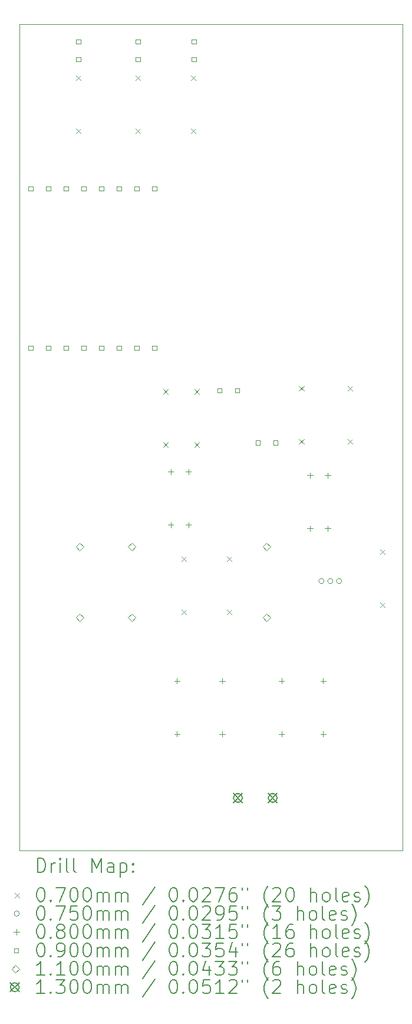
<source format=gbr>
%TF.GenerationSoftware,KiCad,Pcbnew,9.0.5*%
%TF.CreationDate,2025-11-23T21:58:28+00:00*%
%TF.ProjectId,OpenThermShield,4f70656e-5468-4657-926d-536869656c64,rev?*%
%TF.SameCoordinates,Original*%
%TF.FileFunction,Drillmap*%
%TF.FilePolarity,Positive*%
%FSLAX45Y45*%
G04 Gerber Fmt 4.5, Leading zero omitted, Abs format (unit mm)*
G04 Created by KiCad (PCBNEW 9.0.5) date 2025-11-23 21:58:28*
%MOMM*%
%LPD*%
G01*
G04 APERTURE LIST*
%ADD10C,0.050000*%
%ADD11C,0.200000*%
%ADD12C,0.100000*%
%ADD13C,0.110000*%
%ADD14C,0.130000*%
G04 APERTURE END LIST*
D10*
X8650000Y-4450000D02*
X14150000Y-4450000D01*
X14150000Y-16300000D01*
X8650000Y-16300000D01*
X8650000Y-4450000D01*
D11*
D12*
X9462000Y-5184000D02*
X9532000Y-5254000D01*
X9532000Y-5184000D02*
X9462000Y-5254000D01*
X9462000Y-5946000D02*
X9532000Y-6016000D01*
X9532000Y-5946000D02*
X9462000Y-6016000D01*
X10315000Y-5184000D02*
X10385000Y-5254000D01*
X10385000Y-5184000D02*
X10315000Y-5254000D01*
X10315000Y-5946000D02*
X10385000Y-6016000D01*
X10385000Y-5946000D02*
X10315000Y-6016000D01*
X10715000Y-9684000D02*
X10785000Y-9754000D01*
X10785000Y-9684000D02*
X10715000Y-9754000D01*
X10715000Y-10446000D02*
X10785000Y-10516000D01*
X10785000Y-10446000D02*
X10715000Y-10516000D01*
X10978000Y-12084000D02*
X11048000Y-12154000D01*
X11048000Y-12084000D02*
X10978000Y-12154000D01*
X10978000Y-12846000D02*
X11048000Y-12916000D01*
X11048000Y-12846000D02*
X10978000Y-12916000D01*
X11115000Y-5184000D02*
X11185000Y-5254000D01*
X11185000Y-5184000D02*
X11115000Y-5254000D01*
X11115000Y-5946000D02*
X11185000Y-6016000D01*
X11185000Y-5946000D02*
X11115000Y-6016000D01*
X11165000Y-9684000D02*
X11235000Y-9754000D01*
X11235000Y-9684000D02*
X11165000Y-9754000D01*
X11165000Y-10446000D02*
X11235000Y-10516000D01*
X11235000Y-10446000D02*
X11165000Y-10516000D01*
X11628000Y-12084000D02*
X11698000Y-12154000D01*
X11698000Y-12084000D02*
X11628000Y-12154000D01*
X11628000Y-12846000D02*
X11698000Y-12916000D01*
X11698000Y-12846000D02*
X11628000Y-12916000D01*
X12665000Y-9634000D02*
X12735000Y-9704000D01*
X12735000Y-9634000D02*
X12665000Y-9704000D01*
X12665000Y-10396000D02*
X12735000Y-10466000D01*
X12735000Y-10396000D02*
X12665000Y-10466000D01*
X13365000Y-9634000D02*
X13435000Y-9704000D01*
X13435000Y-9634000D02*
X13365000Y-9704000D01*
X13365000Y-10396000D02*
X13435000Y-10466000D01*
X13435000Y-10396000D02*
X13365000Y-10466000D01*
X13828000Y-11984000D02*
X13898000Y-12054000D01*
X13898000Y-11984000D02*
X13828000Y-12054000D01*
X13828000Y-12746000D02*
X13898000Y-12816000D01*
X13898000Y-12746000D02*
X13828000Y-12816000D01*
X13023500Y-12436000D02*
G75*
G02*
X12948500Y-12436000I-37500J0D01*
G01*
X12948500Y-12436000D02*
G75*
G02*
X13023500Y-12436000I37500J0D01*
G01*
X13150500Y-12436000D02*
G75*
G02*
X13075500Y-12436000I-37500J0D01*
G01*
X13075500Y-12436000D02*
G75*
G02*
X13150500Y-12436000I37500J0D01*
G01*
X13277500Y-12436000D02*
G75*
G02*
X13202500Y-12436000I-37500J0D01*
G01*
X13202500Y-12436000D02*
G75*
G02*
X13277500Y-12436000I37500J0D01*
G01*
X10822500Y-10828500D02*
X10822500Y-10908500D01*
X10782500Y-10868500D02*
X10862500Y-10868500D01*
X10822500Y-11590500D02*
X10822500Y-11670500D01*
X10782500Y-11630500D02*
X10862500Y-11630500D01*
X10913000Y-13829000D02*
X10913000Y-13909000D01*
X10873000Y-13869000D02*
X10953000Y-13869000D01*
X10913000Y-14591000D02*
X10913000Y-14671000D01*
X10873000Y-14631000D02*
X10953000Y-14631000D01*
X11076500Y-10828500D02*
X11076500Y-10908500D01*
X11036500Y-10868500D02*
X11116500Y-10868500D01*
X11076500Y-11590500D02*
X11076500Y-11670500D01*
X11036500Y-11630500D02*
X11116500Y-11630500D01*
X11563000Y-13829000D02*
X11563000Y-13909000D01*
X11523000Y-13869000D02*
X11603000Y-13869000D01*
X11563000Y-14591000D02*
X11563000Y-14671000D01*
X11523000Y-14631000D02*
X11603000Y-14631000D01*
X12413000Y-13829000D02*
X12413000Y-13909000D01*
X12373000Y-13869000D02*
X12453000Y-13869000D01*
X12413000Y-14591000D02*
X12413000Y-14671000D01*
X12373000Y-14631000D02*
X12453000Y-14631000D01*
X12823500Y-10879500D02*
X12823500Y-10959500D01*
X12783500Y-10919500D02*
X12863500Y-10919500D01*
X12823500Y-11641500D02*
X12823500Y-11721500D01*
X12783500Y-11681500D02*
X12863500Y-11681500D01*
X13013000Y-13829000D02*
X13013000Y-13909000D01*
X12973000Y-13869000D02*
X13053000Y-13869000D01*
X13013000Y-14591000D02*
X13013000Y-14671000D01*
X12973000Y-14631000D02*
X13053000Y-14631000D01*
X13077500Y-10879500D02*
X13077500Y-10959500D01*
X13037500Y-10919500D02*
X13117500Y-10919500D01*
X13077500Y-11641500D02*
X13077500Y-11721500D01*
X13037500Y-11681500D02*
X13117500Y-11681500D01*
X8842820Y-6837320D02*
X8842820Y-6773680D01*
X8779180Y-6773680D01*
X8779180Y-6837320D01*
X8842820Y-6837320D01*
X8842820Y-9123320D02*
X8842820Y-9059680D01*
X8779180Y-9059680D01*
X8779180Y-9123320D01*
X8842820Y-9123320D01*
X9096820Y-6837320D02*
X9096820Y-6773680D01*
X9033180Y-6773680D01*
X9033180Y-6837320D01*
X9096820Y-6837320D01*
X9096820Y-9123320D02*
X9096820Y-9059680D01*
X9033180Y-9059680D01*
X9033180Y-9123320D01*
X9096820Y-9123320D01*
X9350820Y-6837320D02*
X9350820Y-6773680D01*
X9287180Y-6773680D01*
X9287180Y-6837320D01*
X9350820Y-6837320D01*
X9350820Y-9123320D02*
X9350820Y-9059680D01*
X9287180Y-9059680D01*
X9287180Y-9123320D01*
X9350820Y-9123320D01*
X9528820Y-4727820D02*
X9528820Y-4664180D01*
X9465180Y-4664180D01*
X9465180Y-4727820D01*
X9528820Y-4727820D01*
X9528820Y-4981820D02*
X9528820Y-4918180D01*
X9465180Y-4918180D01*
X9465180Y-4981820D01*
X9528820Y-4981820D01*
X9604820Y-6837320D02*
X9604820Y-6773680D01*
X9541180Y-6773680D01*
X9541180Y-6837320D01*
X9604820Y-6837320D01*
X9604820Y-9123320D02*
X9604820Y-9059680D01*
X9541180Y-9059680D01*
X9541180Y-9123320D01*
X9604820Y-9123320D01*
X9858820Y-6837320D02*
X9858820Y-6773680D01*
X9795180Y-6773680D01*
X9795180Y-6837320D01*
X9858820Y-6837320D01*
X9858820Y-9123320D02*
X9858820Y-9059680D01*
X9795180Y-9059680D01*
X9795180Y-9123320D01*
X9858820Y-9123320D01*
X10112820Y-6837320D02*
X10112820Y-6773680D01*
X10049180Y-6773680D01*
X10049180Y-6837320D01*
X10112820Y-6837320D01*
X10112820Y-9123320D02*
X10112820Y-9059680D01*
X10049180Y-9059680D01*
X10049180Y-9123320D01*
X10112820Y-9123320D01*
X10366820Y-6837320D02*
X10366820Y-6773680D01*
X10303180Y-6773680D01*
X10303180Y-6837320D01*
X10366820Y-6837320D01*
X10366820Y-9123320D02*
X10366820Y-9059680D01*
X10303180Y-9059680D01*
X10303180Y-9123320D01*
X10366820Y-9123320D01*
X10384820Y-4727820D02*
X10384820Y-4664180D01*
X10321180Y-4664180D01*
X10321180Y-4727820D01*
X10384820Y-4727820D01*
X10384820Y-4981820D02*
X10384820Y-4918180D01*
X10321180Y-4918180D01*
X10321180Y-4981820D01*
X10384820Y-4981820D01*
X10620820Y-6837320D02*
X10620820Y-6773680D01*
X10557180Y-6773680D01*
X10557180Y-6837320D01*
X10620820Y-6837320D01*
X10620820Y-9123320D02*
X10620820Y-9059680D01*
X10557180Y-9059680D01*
X10557180Y-9123320D01*
X10620820Y-9123320D01*
X11187820Y-4727820D02*
X11187820Y-4664180D01*
X11124180Y-4664180D01*
X11124180Y-4727820D01*
X11187820Y-4727820D01*
X11187820Y-4981820D02*
X11187820Y-4918180D01*
X11124180Y-4918180D01*
X11124180Y-4981820D01*
X11187820Y-4981820D01*
X11554820Y-9731820D02*
X11554820Y-9668180D01*
X11491180Y-9668180D01*
X11491180Y-9731820D01*
X11554820Y-9731820D01*
X11808820Y-9731820D02*
X11808820Y-9668180D01*
X11745180Y-9668180D01*
X11745180Y-9731820D01*
X11808820Y-9731820D01*
X12104820Y-10481820D02*
X12104820Y-10418180D01*
X12041180Y-10418180D01*
X12041180Y-10481820D01*
X12104820Y-10481820D01*
X12358820Y-10481820D02*
X12358820Y-10418180D01*
X12295180Y-10418180D01*
X12295180Y-10481820D01*
X12358820Y-10481820D01*
D13*
X9513000Y-11997000D02*
X9568000Y-11942000D01*
X9513000Y-11887000D01*
X9458000Y-11942000D01*
X9513000Y-11997000D01*
X9513000Y-13013000D02*
X9568000Y-12958000D01*
X9513000Y-12903000D01*
X9458000Y-12958000D01*
X9513000Y-13013000D01*
X10263000Y-11997000D02*
X10318000Y-11942000D01*
X10263000Y-11887000D01*
X10208000Y-11942000D01*
X10263000Y-11997000D01*
X10263000Y-13013000D02*
X10318000Y-12958000D01*
X10263000Y-12903000D01*
X10208000Y-12958000D01*
X10263000Y-13013000D01*
X12200000Y-11997000D02*
X12255000Y-11942000D01*
X12200000Y-11887000D01*
X12145000Y-11942000D01*
X12200000Y-11997000D01*
X12200000Y-13013000D02*
X12255000Y-12958000D01*
X12200000Y-12903000D01*
X12145000Y-12958000D01*
X12200000Y-13013000D01*
D14*
X11723000Y-15481750D02*
X11853000Y-15611750D01*
X11853000Y-15481750D02*
X11723000Y-15611750D01*
X11853000Y-15546750D02*
G75*
G02*
X11723000Y-15546750I-65000J0D01*
G01*
X11723000Y-15546750D02*
G75*
G02*
X11853000Y-15546750I65000J0D01*
G01*
X12223000Y-15481750D02*
X12353000Y-15611750D01*
X12353000Y-15481750D02*
X12223000Y-15611750D01*
X12353000Y-15546750D02*
G75*
G02*
X12223000Y-15546750I-65000J0D01*
G01*
X12223000Y-15546750D02*
G75*
G02*
X12353000Y-15546750I65000J0D01*
G01*
D11*
X8908277Y-16613984D02*
X8908277Y-16413984D01*
X8908277Y-16413984D02*
X8955896Y-16413984D01*
X8955896Y-16413984D02*
X8984467Y-16423508D01*
X8984467Y-16423508D02*
X9003515Y-16442555D01*
X9003515Y-16442555D02*
X9013039Y-16461603D01*
X9013039Y-16461603D02*
X9022563Y-16499698D01*
X9022563Y-16499698D02*
X9022563Y-16528269D01*
X9022563Y-16528269D02*
X9013039Y-16566365D01*
X9013039Y-16566365D02*
X9003515Y-16585412D01*
X9003515Y-16585412D02*
X8984467Y-16604460D01*
X8984467Y-16604460D02*
X8955896Y-16613984D01*
X8955896Y-16613984D02*
X8908277Y-16613984D01*
X9108277Y-16613984D02*
X9108277Y-16480650D01*
X9108277Y-16518746D02*
X9117801Y-16499698D01*
X9117801Y-16499698D02*
X9127324Y-16490174D01*
X9127324Y-16490174D02*
X9146372Y-16480650D01*
X9146372Y-16480650D02*
X9165420Y-16480650D01*
X9232086Y-16613984D02*
X9232086Y-16480650D01*
X9232086Y-16413984D02*
X9222563Y-16423508D01*
X9222563Y-16423508D02*
X9232086Y-16433031D01*
X9232086Y-16433031D02*
X9241610Y-16423508D01*
X9241610Y-16423508D02*
X9232086Y-16413984D01*
X9232086Y-16413984D02*
X9232086Y-16433031D01*
X9355896Y-16613984D02*
X9336848Y-16604460D01*
X9336848Y-16604460D02*
X9327324Y-16585412D01*
X9327324Y-16585412D02*
X9327324Y-16413984D01*
X9460658Y-16613984D02*
X9441610Y-16604460D01*
X9441610Y-16604460D02*
X9432086Y-16585412D01*
X9432086Y-16585412D02*
X9432086Y-16413984D01*
X9689229Y-16613984D02*
X9689229Y-16413984D01*
X9689229Y-16413984D02*
X9755896Y-16556841D01*
X9755896Y-16556841D02*
X9822563Y-16413984D01*
X9822563Y-16413984D02*
X9822563Y-16613984D01*
X10003515Y-16613984D02*
X10003515Y-16509222D01*
X10003515Y-16509222D02*
X9993991Y-16490174D01*
X9993991Y-16490174D02*
X9974944Y-16480650D01*
X9974944Y-16480650D02*
X9936848Y-16480650D01*
X9936848Y-16480650D02*
X9917801Y-16490174D01*
X10003515Y-16604460D02*
X9984467Y-16613984D01*
X9984467Y-16613984D02*
X9936848Y-16613984D01*
X9936848Y-16613984D02*
X9917801Y-16604460D01*
X9917801Y-16604460D02*
X9908277Y-16585412D01*
X9908277Y-16585412D02*
X9908277Y-16566365D01*
X9908277Y-16566365D02*
X9917801Y-16547317D01*
X9917801Y-16547317D02*
X9936848Y-16537793D01*
X9936848Y-16537793D02*
X9984467Y-16537793D01*
X9984467Y-16537793D02*
X10003515Y-16528269D01*
X10098753Y-16480650D02*
X10098753Y-16680650D01*
X10098753Y-16490174D02*
X10117801Y-16480650D01*
X10117801Y-16480650D02*
X10155896Y-16480650D01*
X10155896Y-16480650D02*
X10174944Y-16490174D01*
X10174944Y-16490174D02*
X10184467Y-16499698D01*
X10184467Y-16499698D02*
X10193991Y-16518746D01*
X10193991Y-16518746D02*
X10193991Y-16575888D01*
X10193991Y-16575888D02*
X10184467Y-16594936D01*
X10184467Y-16594936D02*
X10174944Y-16604460D01*
X10174944Y-16604460D02*
X10155896Y-16613984D01*
X10155896Y-16613984D02*
X10117801Y-16613984D01*
X10117801Y-16613984D02*
X10098753Y-16604460D01*
X10279705Y-16594936D02*
X10289229Y-16604460D01*
X10289229Y-16604460D02*
X10279705Y-16613984D01*
X10279705Y-16613984D02*
X10270182Y-16604460D01*
X10270182Y-16604460D02*
X10279705Y-16594936D01*
X10279705Y-16594936D02*
X10279705Y-16613984D01*
X10279705Y-16490174D02*
X10289229Y-16499698D01*
X10289229Y-16499698D02*
X10279705Y-16509222D01*
X10279705Y-16509222D02*
X10270182Y-16499698D01*
X10270182Y-16499698D02*
X10279705Y-16490174D01*
X10279705Y-16490174D02*
X10279705Y-16509222D01*
D12*
X8577500Y-16907500D02*
X8647500Y-16977500D01*
X8647500Y-16907500D02*
X8577500Y-16977500D01*
D11*
X8946372Y-16833984D02*
X8965420Y-16833984D01*
X8965420Y-16833984D02*
X8984467Y-16843508D01*
X8984467Y-16843508D02*
X8993991Y-16853031D01*
X8993991Y-16853031D02*
X9003515Y-16872079D01*
X9003515Y-16872079D02*
X9013039Y-16910174D01*
X9013039Y-16910174D02*
X9013039Y-16957793D01*
X9013039Y-16957793D02*
X9003515Y-16995889D01*
X9003515Y-16995889D02*
X8993991Y-17014936D01*
X8993991Y-17014936D02*
X8984467Y-17024460D01*
X8984467Y-17024460D02*
X8965420Y-17033984D01*
X8965420Y-17033984D02*
X8946372Y-17033984D01*
X8946372Y-17033984D02*
X8927324Y-17024460D01*
X8927324Y-17024460D02*
X8917801Y-17014936D01*
X8917801Y-17014936D02*
X8908277Y-16995889D01*
X8908277Y-16995889D02*
X8898753Y-16957793D01*
X8898753Y-16957793D02*
X8898753Y-16910174D01*
X8898753Y-16910174D02*
X8908277Y-16872079D01*
X8908277Y-16872079D02*
X8917801Y-16853031D01*
X8917801Y-16853031D02*
X8927324Y-16843508D01*
X8927324Y-16843508D02*
X8946372Y-16833984D01*
X9098753Y-17014936D02*
X9108277Y-17024460D01*
X9108277Y-17024460D02*
X9098753Y-17033984D01*
X9098753Y-17033984D02*
X9089229Y-17024460D01*
X9089229Y-17024460D02*
X9098753Y-17014936D01*
X9098753Y-17014936D02*
X9098753Y-17033984D01*
X9174944Y-16833984D02*
X9308277Y-16833984D01*
X9308277Y-16833984D02*
X9222563Y-17033984D01*
X9422563Y-16833984D02*
X9441610Y-16833984D01*
X9441610Y-16833984D02*
X9460658Y-16843508D01*
X9460658Y-16843508D02*
X9470182Y-16853031D01*
X9470182Y-16853031D02*
X9479705Y-16872079D01*
X9479705Y-16872079D02*
X9489229Y-16910174D01*
X9489229Y-16910174D02*
X9489229Y-16957793D01*
X9489229Y-16957793D02*
X9479705Y-16995889D01*
X9479705Y-16995889D02*
X9470182Y-17014936D01*
X9470182Y-17014936D02*
X9460658Y-17024460D01*
X9460658Y-17024460D02*
X9441610Y-17033984D01*
X9441610Y-17033984D02*
X9422563Y-17033984D01*
X9422563Y-17033984D02*
X9403515Y-17024460D01*
X9403515Y-17024460D02*
X9393991Y-17014936D01*
X9393991Y-17014936D02*
X9384467Y-16995889D01*
X9384467Y-16995889D02*
X9374944Y-16957793D01*
X9374944Y-16957793D02*
X9374944Y-16910174D01*
X9374944Y-16910174D02*
X9384467Y-16872079D01*
X9384467Y-16872079D02*
X9393991Y-16853031D01*
X9393991Y-16853031D02*
X9403515Y-16843508D01*
X9403515Y-16843508D02*
X9422563Y-16833984D01*
X9613039Y-16833984D02*
X9632086Y-16833984D01*
X9632086Y-16833984D02*
X9651134Y-16843508D01*
X9651134Y-16843508D02*
X9660658Y-16853031D01*
X9660658Y-16853031D02*
X9670182Y-16872079D01*
X9670182Y-16872079D02*
X9679705Y-16910174D01*
X9679705Y-16910174D02*
X9679705Y-16957793D01*
X9679705Y-16957793D02*
X9670182Y-16995889D01*
X9670182Y-16995889D02*
X9660658Y-17014936D01*
X9660658Y-17014936D02*
X9651134Y-17024460D01*
X9651134Y-17024460D02*
X9632086Y-17033984D01*
X9632086Y-17033984D02*
X9613039Y-17033984D01*
X9613039Y-17033984D02*
X9593991Y-17024460D01*
X9593991Y-17024460D02*
X9584467Y-17014936D01*
X9584467Y-17014936D02*
X9574944Y-16995889D01*
X9574944Y-16995889D02*
X9565420Y-16957793D01*
X9565420Y-16957793D02*
X9565420Y-16910174D01*
X9565420Y-16910174D02*
X9574944Y-16872079D01*
X9574944Y-16872079D02*
X9584467Y-16853031D01*
X9584467Y-16853031D02*
X9593991Y-16843508D01*
X9593991Y-16843508D02*
X9613039Y-16833984D01*
X9765420Y-17033984D02*
X9765420Y-16900650D01*
X9765420Y-16919698D02*
X9774944Y-16910174D01*
X9774944Y-16910174D02*
X9793991Y-16900650D01*
X9793991Y-16900650D02*
X9822563Y-16900650D01*
X9822563Y-16900650D02*
X9841610Y-16910174D01*
X9841610Y-16910174D02*
X9851134Y-16929222D01*
X9851134Y-16929222D02*
X9851134Y-17033984D01*
X9851134Y-16929222D02*
X9860658Y-16910174D01*
X9860658Y-16910174D02*
X9879705Y-16900650D01*
X9879705Y-16900650D02*
X9908277Y-16900650D01*
X9908277Y-16900650D02*
X9927325Y-16910174D01*
X9927325Y-16910174D02*
X9936848Y-16929222D01*
X9936848Y-16929222D02*
X9936848Y-17033984D01*
X10032086Y-17033984D02*
X10032086Y-16900650D01*
X10032086Y-16919698D02*
X10041610Y-16910174D01*
X10041610Y-16910174D02*
X10060658Y-16900650D01*
X10060658Y-16900650D02*
X10089229Y-16900650D01*
X10089229Y-16900650D02*
X10108277Y-16910174D01*
X10108277Y-16910174D02*
X10117801Y-16929222D01*
X10117801Y-16929222D02*
X10117801Y-17033984D01*
X10117801Y-16929222D02*
X10127325Y-16910174D01*
X10127325Y-16910174D02*
X10146372Y-16900650D01*
X10146372Y-16900650D02*
X10174944Y-16900650D01*
X10174944Y-16900650D02*
X10193991Y-16910174D01*
X10193991Y-16910174D02*
X10203515Y-16929222D01*
X10203515Y-16929222D02*
X10203515Y-17033984D01*
X10593991Y-16824460D02*
X10422563Y-17081603D01*
X10851134Y-16833984D02*
X10870182Y-16833984D01*
X10870182Y-16833984D02*
X10889229Y-16843508D01*
X10889229Y-16843508D02*
X10898753Y-16853031D01*
X10898753Y-16853031D02*
X10908277Y-16872079D01*
X10908277Y-16872079D02*
X10917801Y-16910174D01*
X10917801Y-16910174D02*
X10917801Y-16957793D01*
X10917801Y-16957793D02*
X10908277Y-16995889D01*
X10908277Y-16995889D02*
X10898753Y-17014936D01*
X10898753Y-17014936D02*
X10889229Y-17024460D01*
X10889229Y-17024460D02*
X10870182Y-17033984D01*
X10870182Y-17033984D02*
X10851134Y-17033984D01*
X10851134Y-17033984D02*
X10832087Y-17024460D01*
X10832087Y-17024460D02*
X10822563Y-17014936D01*
X10822563Y-17014936D02*
X10813039Y-16995889D01*
X10813039Y-16995889D02*
X10803515Y-16957793D01*
X10803515Y-16957793D02*
X10803515Y-16910174D01*
X10803515Y-16910174D02*
X10813039Y-16872079D01*
X10813039Y-16872079D02*
X10822563Y-16853031D01*
X10822563Y-16853031D02*
X10832087Y-16843508D01*
X10832087Y-16843508D02*
X10851134Y-16833984D01*
X11003515Y-17014936D02*
X11013039Y-17024460D01*
X11013039Y-17024460D02*
X11003515Y-17033984D01*
X11003515Y-17033984D02*
X10993991Y-17024460D01*
X10993991Y-17024460D02*
X11003515Y-17014936D01*
X11003515Y-17014936D02*
X11003515Y-17033984D01*
X11136848Y-16833984D02*
X11155896Y-16833984D01*
X11155896Y-16833984D02*
X11174944Y-16843508D01*
X11174944Y-16843508D02*
X11184468Y-16853031D01*
X11184468Y-16853031D02*
X11193991Y-16872079D01*
X11193991Y-16872079D02*
X11203515Y-16910174D01*
X11203515Y-16910174D02*
X11203515Y-16957793D01*
X11203515Y-16957793D02*
X11193991Y-16995889D01*
X11193991Y-16995889D02*
X11184468Y-17014936D01*
X11184468Y-17014936D02*
X11174944Y-17024460D01*
X11174944Y-17024460D02*
X11155896Y-17033984D01*
X11155896Y-17033984D02*
X11136848Y-17033984D01*
X11136848Y-17033984D02*
X11117801Y-17024460D01*
X11117801Y-17024460D02*
X11108277Y-17014936D01*
X11108277Y-17014936D02*
X11098753Y-16995889D01*
X11098753Y-16995889D02*
X11089229Y-16957793D01*
X11089229Y-16957793D02*
X11089229Y-16910174D01*
X11089229Y-16910174D02*
X11098753Y-16872079D01*
X11098753Y-16872079D02*
X11108277Y-16853031D01*
X11108277Y-16853031D02*
X11117801Y-16843508D01*
X11117801Y-16843508D02*
X11136848Y-16833984D01*
X11279706Y-16853031D02*
X11289229Y-16843508D01*
X11289229Y-16843508D02*
X11308277Y-16833984D01*
X11308277Y-16833984D02*
X11355896Y-16833984D01*
X11355896Y-16833984D02*
X11374944Y-16843508D01*
X11374944Y-16843508D02*
X11384467Y-16853031D01*
X11384467Y-16853031D02*
X11393991Y-16872079D01*
X11393991Y-16872079D02*
X11393991Y-16891127D01*
X11393991Y-16891127D02*
X11384467Y-16919698D01*
X11384467Y-16919698D02*
X11270182Y-17033984D01*
X11270182Y-17033984D02*
X11393991Y-17033984D01*
X11460658Y-16833984D02*
X11593991Y-16833984D01*
X11593991Y-16833984D02*
X11508277Y-17033984D01*
X11755896Y-16833984D02*
X11717801Y-16833984D01*
X11717801Y-16833984D02*
X11698753Y-16843508D01*
X11698753Y-16843508D02*
X11689229Y-16853031D01*
X11689229Y-16853031D02*
X11670182Y-16881603D01*
X11670182Y-16881603D02*
X11660658Y-16919698D01*
X11660658Y-16919698D02*
X11660658Y-16995889D01*
X11660658Y-16995889D02*
X11670182Y-17014936D01*
X11670182Y-17014936D02*
X11679706Y-17024460D01*
X11679706Y-17024460D02*
X11698753Y-17033984D01*
X11698753Y-17033984D02*
X11736848Y-17033984D01*
X11736848Y-17033984D02*
X11755896Y-17024460D01*
X11755896Y-17024460D02*
X11765420Y-17014936D01*
X11765420Y-17014936D02*
X11774944Y-16995889D01*
X11774944Y-16995889D02*
X11774944Y-16948270D01*
X11774944Y-16948270D02*
X11765420Y-16929222D01*
X11765420Y-16929222D02*
X11755896Y-16919698D01*
X11755896Y-16919698D02*
X11736848Y-16910174D01*
X11736848Y-16910174D02*
X11698753Y-16910174D01*
X11698753Y-16910174D02*
X11679706Y-16919698D01*
X11679706Y-16919698D02*
X11670182Y-16929222D01*
X11670182Y-16929222D02*
X11660658Y-16948270D01*
X11851134Y-16833984D02*
X11851134Y-16872079D01*
X11927325Y-16833984D02*
X11927325Y-16872079D01*
X12222563Y-17110174D02*
X12213039Y-17100650D01*
X12213039Y-17100650D02*
X12193991Y-17072079D01*
X12193991Y-17072079D02*
X12184468Y-17053031D01*
X12184468Y-17053031D02*
X12174944Y-17024460D01*
X12174944Y-17024460D02*
X12165420Y-16976841D01*
X12165420Y-16976841D02*
X12165420Y-16938746D01*
X12165420Y-16938746D02*
X12174944Y-16891127D01*
X12174944Y-16891127D02*
X12184468Y-16862555D01*
X12184468Y-16862555D02*
X12193991Y-16843508D01*
X12193991Y-16843508D02*
X12213039Y-16814936D01*
X12213039Y-16814936D02*
X12222563Y-16805412D01*
X12289229Y-16853031D02*
X12298753Y-16843508D01*
X12298753Y-16843508D02*
X12317801Y-16833984D01*
X12317801Y-16833984D02*
X12365420Y-16833984D01*
X12365420Y-16833984D02*
X12384468Y-16843508D01*
X12384468Y-16843508D02*
X12393991Y-16853031D01*
X12393991Y-16853031D02*
X12403515Y-16872079D01*
X12403515Y-16872079D02*
X12403515Y-16891127D01*
X12403515Y-16891127D02*
X12393991Y-16919698D01*
X12393991Y-16919698D02*
X12279706Y-17033984D01*
X12279706Y-17033984D02*
X12403515Y-17033984D01*
X12527325Y-16833984D02*
X12546372Y-16833984D01*
X12546372Y-16833984D02*
X12565420Y-16843508D01*
X12565420Y-16843508D02*
X12574944Y-16853031D01*
X12574944Y-16853031D02*
X12584468Y-16872079D01*
X12584468Y-16872079D02*
X12593991Y-16910174D01*
X12593991Y-16910174D02*
X12593991Y-16957793D01*
X12593991Y-16957793D02*
X12584468Y-16995889D01*
X12584468Y-16995889D02*
X12574944Y-17014936D01*
X12574944Y-17014936D02*
X12565420Y-17024460D01*
X12565420Y-17024460D02*
X12546372Y-17033984D01*
X12546372Y-17033984D02*
X12527325Y-17033984D01*
X12527325Y-17033984D02*
X12508277Y-17024460D01*
X12508277Y-17024460D02*
X12498753Y-17014936D01*
X12498753Y-17014936D02*
X12489229Y-16995889D01*
X12489229Y-16995889D02*
X12479706Y-16957793D01*
X12479706Y-16957793D02*
X12479706Y-16910174D01*
X12479706Y-16910174D02*
X12489229Y-16872079D01*
X12489229Y-16872079D02*
X12498753Y-16853031D01*
X12498753Y-16853031D02*
X12508277Y-16843508D01*
X12508277Y-16843508D02*
X12527325Y-16833984D01*
X12832087Y-17033984D02*
X12832087Y-16833984D01*
X12917801Y-17033984D02*
X12917801Y-16929222D01*
X12917801Y-16929222D02*
X12908277Y-16910174D01*
X12908277Y-16910174D02*
X12889230Y-16900650D01*
X12889230Y-16900650D02*
X12860658Y-16900650D01*
X12860658Y-16900650D02*
X12841610Y-16910174D01*
X12841610Y-16910174D02*
X12832087Y-16919698D01*
X13041610Y-17033984D02*
X13022563Y-17024460D01*
X13022563Y-17024460D02*
X13013039Y-17014936D01*
X13013039Y-17014936D02*
X13003515Y-16995889D01*
X13003515Y-16995889D02*
X13003515Y-16938746D01*
X13003515Y-16938746D02*
X13013039Y-16919698D01*
X13013039Y-16919698D02*
X13022563Y-16910174D01*
X13022563Y-16910174D02*
X13041610Y-16900650D01*
X13041610Y-16900650D02*
X13070182Y-16900650D01*
X13070182Y-16900650D02*
X13089230Y-16910174D01*
X13089230Y-16910174D02*
X13098753Y-16919698D01*
X13098753Y-16919698D02*
X13108277Y-16938746D01*
X13108277Y-16938746D02*
X13108277Y-16995889D01*
X13108277Y-16995889D02*
X13098753Y-17014936D01*
X13098753Y-17014936D02*
X13089230Y-17024460D01*
X13089230Y-17024460D02*
X13070182Y-17033984D01*
X13070182Y-17033984D02*
X13041610Y-17033984D01*
X13222563Y-17033984D02*
X13203515Y-17024460D01*
X13203515Y-17024460D02*
X13193991Y-17005412D01*
X13193991Y-17005412D02*
X13193991Y-16833984D01*
X13374944Y-17024460D02*
X13355896Y-17033984D01*
X13355896Y-17033984D02*
X13317801Y-17033984D01*
X13317801Y-17033984D02*
X13298753Y-17024460D01*
X13298753Y-17024460D02*
X13289230Y-17005412D01*
X13289230Y-17005412D02*
X13289230Y-16929222D01*
X13289230Y-16929222D02*
X13298753Y-16910174D01*
X13298753Y-16910174D02*
X13317801Y-16900650D01*
X13317801Y-16900650D02*
X13355896Y-16900650D01*
X13355896Y-16900650D02*
X13374944Y-16910174D01*
X13374944Y-16910174D02*
X13384468Y-16929222D01*
X13384468Y-16929222D02*
X13384468Y-16948270D01*
X13384468Y-16948270D02*
X13289230Y-16967317D01*
X13460658Y-17024460D02*
X13479706Y-17033984D01*
X13479706Y-17033984D02*
X13517801Y-17033984D01*
X13517801Y-17033984D02*
X13536849Y-17024460D01*
X13536849Y-17024460D02*
X13546372Y-17005412D01*
X13546372Y-17005412D02*
X13546372Y-16995889D01*
X13546372Y-16995889D02*
X13536849Y-16976841D01*
X13536849Y-16976841D02*
X13517801Y-16967317D01*
X13517801Y-16967317D02*
X13489230Y-16967317D01*
X13489230Y-16967317D02*
X13470182Y-16957793D01*
X13470182Y-16957793D02*
X13460658Y-16938746D01*
X13460658Y-16938746D02*
X13460658Y-16929222D01*
X13460658Y-16929222D02*
X13470182Y-16910174D01*
X13470182Y-16910174D02*
X13489230Y-16900650D01*
X13489230Y-16900650D02*
X13517801Y-16900650D01*
X13517801Y-16900650D02*
X13536849Y-16910174D01*
X13613039Y-17110174D02*
X13622563Y-17100650D01*
X13622563Y-17100650D02*
X13641611Y-17072079D01*
X13641611Y-17072079D02*
X13651134Y-17053031D01*
X13651134Y-17053031D02*
X13660658Y-17024460D01*
X13660658Y-17024460D02*
X13670182Y-16976841D01*
X13670182Y-16976841D02*
X13670182Y-16938746D01*
X13670182Y-16938746D02*
X13660658Y-16891127D01*
X13660658Y-16891127D02*
X13651134Y-16862555D01*
X13651134Y-16862555D02*
X13641611Y-16843508D01*
X13641611Y-16843508D02*
X13622563Y-16814936D01*
X13622563Y-16814936D02*
X13613039Y-16805412D01*
D12*
X8647500Y-17206500D02*
G75*
G02*
X8572500Y-17206500I-37500J0D01*
G01*
X8572500Y-17206500D02*
G75*
G02*
X8647500Y-17206500I37500J0D01*
G01*
D11*
X8946372Y-17097984D02*
X8965420Y-17097984D01*
X8965420Y-17097984D02*
X8984467Y-17107508D01*
X8984467Y-17107508D02*
X8993991Y-17117031D01*
X8993991Y-17117031D02*
X9003515Y-17136079D01*
X9003515Y-17136079D02*
X9013039Y-17174174D01*
X9013039Y-17174174D02*
X9013039Y-17221793D01*
X9013039Y-17221793D02*
X9003515Y-17259889D01*
X9003515Y-17259889D02*
X8993991Y-17278936D01*
X8993991Y-17278936D02*
X8984467Y-17288460D01*
X8984467Y-17288460D02*
X8965420Y-17297984D01*
X8965420Y-17297984D02*
X8946372Y-17297984D01*
X8946372Y-17297984D02*
X8927324Y-17288460D01*
X8927324Y-17288460D02*
X8917801Y-17278936D01*
X8917801Y-17278936D02*
X8908277Y-17259889D01*
X8908277Y-17259889D02*
X8898753Y-17221793D01*
X8898753Y-17221793D02*
X8898753Y-17174174D01*
X8898753Y-17174174D02*
X8908277Y-17136079D01*
X8908277Y-17136079D02*
X8917801Y-17117031D01*
X8917801Y-17117031D02*
X8927324Y-17107508D01*
X8927324Y-17107508D02*
X8946372Y-17097984D01*
X9098753Y-17278936D02*
X9108277Y-17288460D01*
X9108277Y-17288460D02*
X9098753Y-17297984D01*
X9098753Y-17297984D02*
X9089229Y-17288460D01*
X9089229Y-17288460D02*
X9098753Y-17278936D01*
X9098753Y-17278936D02*
X9098753Y-17297984D01*
X9174944Y-17097984D02*
X9308277Y-17097984D01*
X9308277Y-17097984D02*
X9222563Y-17297984D01*
X9479705Y-17097984D02*
X9384467Y-17097984D01*
X9384467Y-17097984D02*
X9374944Y-17193222D01*
X9374944Y-17193222D02*
X9384467Y-17183698D01*
X9384467Y-17183698D02*
X9403515Y-17174174D01*
X9403515Y-17174174D02*
X9451134Y-17174174D01*
X9451134Y-17174174D02*
X9470182Y-17183698D01*
X9470182Y-17183698D02*
X9479705Y-17193222D01*
X9479705Y-17193222D02*
X9489229Y-17212270D01*
X9489229Y-17212270D02*
X9489229Y-17259889D01*
X9489229Y-17259889D02*
X9479705Y-17278936D01*
X9479705Y-17278936D02*
X9470182Y-17288460D01*
X9470182Y-17288460D02*
X9451134Y-17297984D01*
X9451134Y-17297984D02*
X9403515Y-17297984D01*
X9403515Y-17297984D02*
X9384467Y-17288460D01*
X9384467Y-17288460D02*
X9374944Y-17278936D01*
X9613039Y-17097984D02*
X9632086Y-17097984D01*
X9632086Y-17097984D02*
X9651134Y-17107508D01*
X9651134Y-17107508D02*
X9660658Y-17117031D01*
X9660658Y-17117031D02*
X9670182Y-17136079D01*
X9670182Y-17136079D02*
X9679705Y-17174174D01*
X9679705Y-17174174D02*
X9679705Y-17221793D01*
X9679705Y-17221793D02*
X9670182Y-17259889D01*
X9670182Y-17259889D02*
X9660658Y-17278936D01*
X9660658Y-17278936D02*
X9651134Y-17288460D01*
X9651134Y-17288460D02*
X9632086Y-17297984D01*
X9632086Y-17297984D02*
X9613039Y-17297984D01*
X9613039Y-17297984D02*
X9593991Y-17288460D01*
X9593991Y-17288460D02*
X9584467Y-17278936D01*
X9584467Y-17278936D02*
X9574944Y-17259889D01*
X9574944Y-17259889D02*
X9565420Y-17221793D01*
X9565420Y-17221793D02*
X9565420Y-17174174D01*
X9565420Y-17174174D02*
X9574944Y-17136079D01*
X9574944Y-17136079D02*
X9584467Y-17117031D01*
X9584467Y-17117031D02*
X9593991Y-17107508D01*
X9593991Y-17107508D02*
X9613039Y-17097984D01*
X9765420Y-17297984D02*
X9765420Y-17164650D01*
X9765420Y-17183698D02*
X9774944Y-17174174D01*
X9774944Y-17174174D02*
X9793991Y-17164650D01*
X9793991Y-17164650D02*
X9822563Y-17164650D01*
X9822563Y-17164650D02*
X9841610Y-17174174D01*
X9841610Y-17174174D02*
X9851134Y-17193222D01*
X9851134Y-17193222D02*
X9851134Y-17297984D01*
X9851134Y-17193222D02*
X9860658Y-17174174D01*
X9860658Y-17174174D02*
X9879705Y-17164650D01*
X9879705Y-17164650D02*
X9908277Y-17164650D01*
X9908277Y-17164650D02*
X9927325Y-17174174D01*
X9927325Y-17174174D02*
X9936848Y-17193222D01*
X9936848Y-17193222D02*
X9936848Y-17297984D01*
X10032086Y-17297984D02*
X10032086Y-17164650D01*
X10032086Y-17183698D02*
X10041610Y-17174174D01*
X10041610Y-17174174D02*
X10060658Y-17164650D01*
X10060658Y-17164650D02*
X10089229Y-17164650D01*
X10089229Y-17164650D02*
X10108277Y-17174174D01*
X10108277Y-17174174D02*
X10117801Y-17193222D01*
X10117801Y-17193222D02*
X10117801Y-17297984D01*
X10117801Y-17193222D02*
X10127325Y-17174174D01*
X10127325Y-17174174D02*
X10146372Y-17164650D01*
X10146372Y-17164650D02*
X10174944Y-17164650D01*
X10174944Y-17164650D02*
X10193991Y-17174174D01*
X10193991Y-17174174D02*
X10203515Y-17193222D01*
X10203515Y-17193222D02*
X10203515Y-17297984D01*
X10593991Y-17088460D02*
X10422563Y-17345603D01*
X10851134Y-17097984D02*
X10870182Y-17097984D01*
X10870182Y-17097984D02*
X10889229Y-17107508D01*
X10889229Y-17107508D02*
X10898753Y-17117031D01*
X10898753Y-17117031D02*
X10908277Y-17136079D01*
X10908277Y-17136079D02*
X10917801Y-17174174D01*
X10917801Y-17174174D02*
X10917801Y-17221793D01*
X10917801Y-17221793D02*
X10908277Y-17259889D01*
X10908277Y-17259889D02*
X10898753Y-17278936D01*
X10898753Y-17278936D02*
X10889229Y-17288460D01*
X10889229Y-17288460D02*
X10870182Y-17297984D01*
X10870182Y-17297984D02*
X10851134Y-17297984D01*
X10851134Y-17297984D02*
X10832087Y-17288460D01*
X10832087Y-17288460D02*
X10822563Y-17278936D01*
X10822563Y-17278936D02*
X10813039Y-17259889D01*
X10813039Y-17259889D02*
X10803515Y-17221793D01*
X10803515Y-17221793D02*
X10803515Y-17174174D01*
X10803515Y-17174174D02*
X10813039Y-17136079D01*
X10813039Y-17136079D02*
X10822563Y-17117031D01*
X10822563Y-17117031D02*
X10832087Y-17107508D01*
X10832087Y-17107508D02*
X10851134Y-17097984D01*
X11003515Y-17278936D02*
X11013039Y-17288460D01*
X11013039Y-17288460D02*
X11003515Y-17297984D01*
X11003515Y-17297984D02*
X10993991Y-17288460D01*
X10993991Y-17288460D02*
X11003515Y-17278936D01*
X11003515Y-17278936D02*
X11003515Y-17297984D01*
X11136848Y-17097984D02*
X11155896Y-17097984D01*
X11155896Y-17097984D02*
X11174944Y-17107508D01*
X11174944Y-17107508D02*
X11184468Y-17117031D01*
X11184468Y-17117031D02*
X11193991Y-17136079D01*
X11193991Y-17136079D02*
X11203515Y-17174174D01*
X11203515Y-17174174D02*
X11203515Y-17221793D01*
X11203515Y-17221793D02*
X11193991Y-17259889D01*
X11193991Y-17259889D02*
X11184468Y-17278936D01*
X11184468Y-17278936D02*
X11174944Y-17288460D01*
X11174944Y-17288460D02*
X11155896Y-17297984D01*
X11155896Y-17297984D02*
X11136848Y-17297984D01*
X11136848Y-17297984D02*
X11117801Y-17288460D01*
X11117801Y-17288460D02*
X11108277Y-17278936D01*
X11108277Y-17278936D02*
X11098753Y-17259889D01*
X11098753Y-17259889D02*
X11089229Y-17221793D01*
X11089229Y-17221793D02*
X11089229Y-17174174D01*
X11089229Y-17174174D02*
X11098753Y-17136079D01*
X11098753Y-17136079D02*
X11108277Y-17117031D01*
X11108277Y-17117031D02*
X11117801Y-17107508D01*
X11117801Y-17107508D02*
X11136848Y-17097984D01*
X11279706Y-17117031D02*
X11289229Y-17107508D01*
X11289229Y-17107508D02*
X11308277Y-17097984D01*
X11308277Y-17097984D02*
X11355896Y-17097984D01*
X11355896Y-17097984D02*
X11374944Y-17107508D01*
X11374944Y-17107508D02*
X11384467Y-17117031D01*
X11384467Y-17117031D02*
X11393991Y-17136079D01*
X11393991Y-17136079D02*
X11393991Y-17155127D01*
X11393991Y-17155127D02*
X11384467Y-17183698D01*
X11384467Y-17183698D02*
X11270182Y-17297984D01*
X11270182Y-17297984D02*
X11393991Y-17297984D01*
X11489229Y-17297984D02*
X11527325Y-17297984D01*
X11527325Y-17297984D02*
X11546372Y-17288460D01*
X11546372Y-17288460D02*
X11555896Y-17278936D01*
X11555896Y-17278936D02*
X11574944Y-17250365D01*
X11574944Y-17250365D02*
X11584467Y-17212270D01*
X11584467Y-17212270D02*
X11584467Y-17136079D01*
X11584467Y-17136079D02*
X11574944Y-17117031D01*
X11574944Y-17117031D02*
X11565420Y-17107508D01*
X11565420Y-17107508D02*
X11546372Y-17097984D01*
X11546372Y-17097984D02*
X11508277Y-17097984D01*
X11508277Y-17097984D02*
X11489229Y-17107508D01*
X11489229Y-17107508D02*
X11479706Y-17117031D01*
X11479706Y-17117031D02*
X11470182Y-17136079D01*
X11470182Y-17136079D02*
X11470182Y-17183698D01*
X11470182Y-17183698D02*
X11479706Y-17202746D01*
X11479706Y-17202746D02*
X11489229Y-17212270D01*
X11489229Y-17212270D02*
X11508277Y-17221793D01*
X11508277Y-17221793D02*
X11546372Y-17221793D01*
X11546372Y-17221793D02*
X11565420Y-17212270D01*
X11565420Y-17212270D02*
X11574944Y-17202746D01*
X11574944Y-17202746D02*
X11584467Y-17183698D01*
X11765420Y-17097984D02*
X11670182Y-17097984D01*
X11670182Y-17097984D02*
X11660658Y-17193222D01*
X11660658Y-17193222D02*
X11670182Y-17183698D01*
X11670182Y-17183698D02*
X11689229Y-17174174D01*
X11689229Y-17174174D02*
X11736848Y-17174174D01*
X11736848Y-17174174D02*
X11755896Y-17183698D01*
X11755896Y-17183698D02*
X11765420Y-17193222D01*
X11765420Y-17193222D02*
X11774944Y-17212270D01*
X11774944Y-17212270D02*
X11774944Y-17259889D01*
X11774944Y-17259889D02*
X11765420Y-17278936D01*
X11765420Y-17278936D02*
X11755896Y-17288460D01*
X11755896Y-17288460D02*
X11736848Y-17297984D01*
X11736848Y-17297984D02*
X11689229Y-17297984D01*
X11689229Y-17297984D02*
X11670182Y-17288460D01*
X11670182Y-17288460D02*
X11660658Y-17278936D01*
X11851134Y-17097984D02*
X11851134Y-17136079D01*
X11927325Y-17097984D02*
X11927325Y-17136079D01*
X12222563Y-17374174D02*
X12213039Y-17364650D01*
X12213039Y-17364650D02*
X12193991Y-17336079D01*
X12193991Y-17336079D02*
X12184468Y-17317031D01*
X12184468Y-17317031D02*
X12174944Y-17288460D01*
X12174944Y-17288460D02*
X12165420Y-17240841D01*
X12165420Y-17240841D02*
X12165420Y-17202746D01*
X12165420Y-17202746D02*
X12174944Y-17155127D01*
X12174944Y-17155127D02*
X12184468Y-17126555D01*
X12184468Y-17126555D02*
X12193991Y-17107508D01*
X12193991Y-17107508D02*
X12213039Y-17078936D01*
X12213039Y-17078936D02*
X12222563Y-17069412D01*
X12279706Y-17097984D02*
X12403515Y-17097984D01*
X12403515Y-17097984D02*
X12336848Y-17174174D01*
X12336848Y-17174174D02*
X12365420Y-17174174D01*
X12365420Y-17174174D02*
X12384468Y-17183698D01*
X12384468Y-17183698D02*
X12393991Y-17193222D01*
X12393991Y-17193222D02*
X12403515Y-17212270D01*
X12403515Y-17212270D02*
X12403515Y-17259889D01*
X12403515Y-17259889D02*
X12393991Y-17278936D01*
X12393991Y-17278936D02*
X12384468Y-17288460D01*
X12384468Y-17288460D02*
X12365420Y-17297984D01*
X12365420Y-17297984D02*
X12308277Y-17297984D01*
X12308277Y-17297984D02*
X12289229Y-17288460D01*
X12289229Y-17288460D02*
X12279706Y-17278936D01*
X12641610Y-17297984D02*
X12641610Y-17097984D01*
X12727325Y-17297984D02*
X12727325Y-17193222D01*
X12727325Y-17193222D02*
X12717801Y-17174174D01*
X12717801Y-17174174D02*
X12698753Y-17164650D01*
X12698753Y-17164650D02*
X12670182Y-17164650D01*
X12670182Y-17164650D02*
X12651134Y-17174174D01*
X12651134Y-17174174D02*
X12641610Y-17183698D01*
X12851134Y-17297984D02*
X12832087Y-17288460D01*
X12832087Y-17288460D02*
X12822563Y-17278936D01*
X12822563Y-17278936D02*
X12813039Y-17259889D01*
X12813039Y-17259889D02*
X12813039Y-17202746D01*
X12813039Y-17202746D02*
X12822563Y-17183698D01*
X12822563Y-17183698D02*
X12832087Y-17174174D01*
X12832087Y-17174174D02*
X12851134Y-17164650D01*
X12851134Y-17164650D02*
X12879706Y-17164650D01*
X12879706Y-17164650D02*
X12898753Y-17174174D01*
X12898753Y-17174174D02*
X12908277Y-17183698D01*
X12908277Y-17183698D02*
X12917801Y-17202746D01*
X12917801Y-17202746D02*
X12917801Y-17259889D01*
X12917801Y-17259889D02*
X12908277Y-17278936D01*
X12908277Y-17278936D02*
X12898753Y-17288460D01*
X12898753Y-17288460D02*
X12879706Y-17297984D01*
X12879706Y-17297984D02*
X12851134Y-17297984D01*
X13032087Y-17297984D02*
X13013039Y-17288460D01*
X13013039Y-17288460D02*
X13003515Y-17269412D01*
X13003515Y-17269412D02*
X13003515Y-17097984D01*
X13184468Y-17288460D02*
X13165420Y-17297984D01*
X13165420Y-17297984D02*
X13127325Y-17297984D01*
X13127325Y-17297984D02*
X13108277Y-17288460D01*
X13108277Y-17288460D02*
X13098753Y-17269412D01*
X13098753Y-17269412D02*
X13098753Y-17193222D01*
X13098753Y-17193222D02*
X13108277Y-17174174D01*
X13108277Y-17174174D02*
X13127325Y-17164650D01*
X13127325Y-17164650D02*
X13165420Y-17164650D01*
X13165420Y-17164650D02*
X13184468Y-17174174D01*
X13184468Y-17174174D02*
X13193991Y-17193222D01*
X13193991Y-17193222D02*
X13193991Y-17212270D01*
X13193991Y-17212270D02*
X13098753Y-17231317D01*
X13270182Y-17288460D02*
X13289230Y-17297984D01*
X13289230Y-17297984D02*
X13327325Y-17297984D01*
X13327325Y-17297984D02*
X13346372Y-17288460D01*
X13346372Y-17288460D02*
X13355896Y-17269412D01*
X13355896Y-17269412D02*
X13355896Y-17259889D01*
X13355896Y-17259889D02*
X13346372Y-17240841D01*
X13346372Y-17240841D02*
X13327325Y-17231317D01*
X13327325Y-17231317D02*
X13298753Y-17231317D01*
X13298753Y-17231317D02*
X13279706Y-17221793D01*
X13279706Y-17221793D02*
X13270182Y-17202746D01*
X13270182Y-17202746D02*
X13270182Y-17193222D01*
X13270182Y-17193222D02*
X13279706Y-17174174D01*
X13279706Y-17174174D02*
X13298753Y-17164650D01*
X13298753Y-17164650D02*
X13327325Y-17164650D01*
X13327325Y-17164650D02*
X13346372Y-17174174D01*
X13422563Y-17374174D02*
X13432087Y-17364650D01*
X13432087Y-17364650D02*
X13451134Y-17336079D01*
X13451134Y-17336079D02*
X13460658Y-17317031D01*
X13460658Y-17317031D02*
X13470182Y-17288460D01*
X13470182Y-17288460D02*
X13479706Y-17240841D01*
X13479706Y-17240841D02*
X13479706Y-17202746D01*
X13479706Y-17202746D02*
X13470182Y-17155127D01*
X13470182Y-17155127D02*
X13460658Y-17126555D01*
X13460658Y-17126555D02*
X13451134Y-17107508D01*
X13451134Y-17107508D02*
X13432087Y-17078936D01*
X13432087Y-17078936D02*
X13422563Y-17069412D01*
D12*
X8607500Y-17430500D02*
X8607500Y-17510500D01*
X8567500Y-17470500D02*
X8647500Y-17470500D01*
D11*
X8946372Y-17361984D02*
X8965420Y-17361984D01*
X8965420Y-17361984D02*
X8984467Y-17371508D01*
X8984467Y-17371508D02*
X8993991Y-17381031D01*
X8993991Y-17381031D02*
X9003515Y-17400079D01*
X9003515Y-17400079D02*
X9013039Y-17438174D01*
X9013039Y-17438174D02*
X9013039Y-17485793D01*
X9013039Y-17485793D02*
X9003515Y-17523889D01*
X9003515Y-17523889D02*
X8993991Y-17542936D01*
X8993991Y-17542936D02*
X8984467Y-17552460D01*
X8984467Y-17552460D02*
X8965420Y-17561984D01*
X8965420Y-17561984D02*
X8946372Y-17561984D01*
X8946372Y-17561984D02*
X8927324Y-17552460D01*
X8927324Y-17552460D02*
X8917801Y-17542936D01*
X8917801Y-17542936D02*
X8908277Y-17523889D01*
X8908277Y-17523889D02*
X8898753Y-17485793D01*
X8898753Y-17485793D02*
X8898753Y-17438174D01*
X8898753Y-17438174D02*
X8908277Y-17400079D01*
X8908277Y-17400079D02*
X8917801Y-17381031D01*
X8917801Y-17381031D02*
X8927324Y-17371508D01*
X8927324Y-17371508D02*
X8946372Y-17361984D01*
X9098753Y-17542936D02*
X9108277Y-17552460D01*
X9108277Y-17552460D02*
X9098753Y-17561984D01*
X9098753Y-17561984D02*
X9089229Y-17552460D01*
X9089229Y-17552460D02*
X9098753Y-17542936D01*
X9098753Y-17542936D02*
X9098753Y-17561984D01*
X9222563Y-17447698D02*
X9203515Y-17438174D01*
X9203515Y-17438174D02*
X9193991Y-17428650D01*
X9193991Y-17428650D02*
X9184467Y-17409603D01*
X9184467Y-17409603D02*
X9184467Y-17400079D01*
X9184467Y-17400079D02*
X9193991Y-17381031D01*
X9193991Y-17381031D02*
X9203515Y-17371508D01*
X9203515Y-17371508D02*
X9222563Y-17361984D01*
X9222563Y-17361984D02*
X9260658Y-17361984D01*
X9260658Y-17361984D02*
X9279705Y-17371508D01*
X9279705Y-17371508D02*
X9289229Y-17381031D01*
X9289229Y-17381031D02*
X9298753Y-17400079D01*
X9298753Y-17400079D02*
X9298753Y-17409603D01*
X9298753Y-17409603D02*
X9289229Y-17428650D01*
X9289229Y-17428650D02*
X9279705Y-17438174D01*
X9279705Y-17438174D02*
X9260658Y-17447698D01*
X9260658Y-17447698D02*
X9222563Y-17447698D01*
X9222563Y-17447698D02*
X9203515Y-17457222D01*
X9203515Y-17457222D02*
X9193991Y-17466746D01*
X9193991Y-17466746D02*
X9184467Y-17485793D01*
X9184467Y-17485793D02*
X9184467Y-17523889D01*
X9184467Y-17523889D02*
X9193991Y-17542936D01*
X9193991Y-17542936D02*
X9203515Y-17552460D01*
X9203515Y-17552460D02*
X9222563Y-17561984D01*
X9222563Y-17561984D02*
X9260658Y-17561984D01*
X9260658Y-17561984D02*
X9279705Y-17552460D01*
X9279705Y-17552460D02*
X9289229Y-17542936D01*
X9289229Y-17542936D02*
X9298753Y-17523889D01*
X9298753Y-17523889D02*
X9298753Y-17485793D01*
X9298753Y-17485793D02*
X9289229Y-17466746D01*
X9289229Y-17466746D02*
X9279705Y-17457222D01*
X9279705Y-17457222D02*
X9260658Y-17447698D01*
X9422563Y-17361984D02*
X9441610Y-17361984D01*
X9441610Y-17361984D02*
X9460658Y-17371508D01*
X9460658Y-17371508D02*
X9470182Y-17381031D01*
X9470182Y-17381031D02*
X9479705Y-17400079D01*
X9479705Y-17400079D02*
X9489229Y-17438174D01*
X9489229Y-17438174D02*
X9489229Y-17485793D01*
X9489229Y-17485793D02*
X9479705Y-17523889D01*
X9479705Y-17523889D02*
X9470182Y-17542936D01*
X9470182Y-17542936D02*
X9460658Y-17552460D01*
X9460658Y-17552460D02*
X9441610Y-17561984D01*
X9441610Y-17561984D02*
X9422563Y-17561984D01*
X9422563Y-17561984D02*
X9403515Y-17552460D01*
X9403515Y-17552460D02*
X9393991Y-17542936D01*
X9393991Y-17542936D02*
X9384467Y-17523889D01*
X9384467Y-17523889D02*
X9374944Y-17485793D01*
X9374944Y-17485793D02*
X9374944Y-17438174D01*
X9374944Y-17438174D02*
X9384467Y-17400079D01*
X9384467Y-17400079D02*
X9393991Y-17381031D01*
X9393991Y-17381031D02*
X9403515Y-17371508D01*
X9403515Y-17371508D02*
X9422563Y-17361984D01*
X9613039Y-17361984D02*
X9632086Y-17361984D01*
X9632086Y-17361984D02*
X9651134Y-17371508D01*
X9651134Y-17371508D02*
X9660658Y-17381031D01*
X9660658Y-17381031D02*
X9670182Y-17400079D01*
X9670182Y-17400079D02*
X9679705Y-17438174D01*
X9679705Y-17438174D02*
X9679705Y-17485793D01*
X9679705Y-17485793D02*
X9670182Y-17523889D01*
X9670182Y-17523889D02*
X9660658Y-17542936D01*
X9660658Y-17542936D02*
X9651134Y-17552460D01*
X9651134Y-17552460D02*
X9632086Y-17561984D01*
X9632086Y-17561984D02*
X9613039Y-17561984D01*
X9613039Y-17561984D02*
X9593991Y-17552460D01*
X9593991Y-17552460D02*
X9584467Y-17542936D01*
X9584467Y-17542936D02*
X9574944Y-17523889D01*
X9574944Y-17523889D02*
X9565420Y-17485793D01*
X9565420Y-17485793D02*
X9565420Y-17438174D01*
X9565420Y-17438174D02*
X9574944Y-17400079D01*
X9574944Y-17400079D02*
X9584467Y-17381031D01*
X9584467Y-17381031D02*
X9593991Y-17371508D01*
X9593991Y-17371508D02*
X9613039Y-17361984D01*
X9765420Y-17561984D02*
X9765420Y-17428650D01*
X9765420Y-17447698D02*
X9774944Y-17438174D01*
X9774944Y-17438174D02*
X9793991Y-17428650D01*
X9793991Y-17428650D02*
X9822563Y-17428650D01*
X9822563Y-17428650D02*
X9841610Y-17438174D01*
X9841610Y-17438174D02*
X9851134Y-17457222D01*
X9851134Y-17457222D02*
X9851134Y-17561984D01*
X9851134Y-17457222D02*
X9860658Y-17438174D01*
X9860658Y-17438174D02*
X9879705Y-17428650D01*
X9879705Y-17428650D02*
X9908277Y-17428650D01*
X9908277Y-17428650D02*
X9927325Y-17438174D01*
X9927325Y-17438174D02*
X9936848Y-17457222D01*
X9936848Y-17457222D02*
X9936848Y-17561984D01*
X10032086Y-17561984D02*
X10032086Y-17428650D01*
X10032086Y-17447698D02*
X10041610Y-17438174D01*
X10041610Y-17438174D02*
X10060658Y-17428650D01*
X10060658Y-17428650D02*
X10089229Y-17428650D01*
X10089229Y-17428650D02*
X10108277Y-17438174D01*
X10108277Y-17438174D02*
X10117801Y-17457222D01*
X10117801Y-17457222D02*
X10117801Y-17561984D01*
X10117801Y-17457222D02*
X10127325Y-17438174D01*
X10127325Y-17438174D02*
X10146372Y-17428650D01*
X10146372Y-17428650D02*
X10174944Y-17428650D01*
X10174944Y-17428650D02*
X10193991Y-17438174D01*
X10193991Y-17438174D02*
X10203515Y-17457222D01*
X10203515Y-17457222D02*
X10203515Y-17561984D01*
X10593991Y-17352460D02*
X10422563Y-17609603D01*
X10851134Y-17361984D02*
X10870182Y-17361984D01*
X10870182Y-17361984D02*
X10889229Y-17371508D01*
X10889229Y-17371508D02*
X10898753Y-17381031D01*
X10898753Y-17381031D02*
X10908277Y-17400079D01*
X10908277Y-17400079D02*
X10917801Y-17438174D01*
X10917801Y-17438174D02*
X10917801Y-17485793D01*
X10917801Y-17485793D02*
X10908277Y-17523889D01*
X10908277Y-17523889D02*
X10898753Y-17542936D01*
X10898753Y-17542936D02*
X10889229Y-17552460D01*
X10889229Y-17552460D02*
X10870182Y-17561984D01*
X10870182Y-17561984D02*
X10851134Y-17561984D01*
X10851134Y-17561984D02*
X10832087Y-17552460D01*
X10832087Y-17552460D02*
X10822563Y-17542936D01*
X10822563Y-17542936D02*
X10813039Y-17523889D01*
X10813039Y-17523889D02*
X10803515Y-17485793D01*
X10803515Y-17485793D02*
X10803515Y-17438174D01*
X10803515Y-17438174D02*
X10813039Y-17400079D01*
X10813039Y-17400079D02*
X10822563Y-17381031D01*
X10822563Y-17381031D02*
X10832087Y-17371508D01*
X10832087Y-17371508D02*
X10851134Y-17361984D01*
X11003515Y-17542936D02*
X11013039Y-17552460D01*
X11013039Y-17552460D02*
X11003515Y-17561984D01*
X11003515Y-17561984D02*
X10993991Y-17552460D01*
X10993991Y-17552460D02*
X11003515Y-17542936D01*
X11003515Y-17542936D02*
X11003515Y-17561984D01*
X11136848Y-17361984D02*
X11155896Y-17361984D01*
X11155896Y-17361984D02*
X11174944Y-17371508D01*
X11174944Y-17371508D02*
X11184468Y-17381031D01*
X11184468Y-17381031D02*
X11193991Y-17400079D01*
X11193991Y-17400079D02*
X11203515Y-17438174D01*
X11203515Y-17438174D02*
X11203515Y-17485793D01*
X11203515Y-17485793D02*
X11193991Y-17523889D01*
X11193991Y-17523889D02*
X11184468Y-17542936D01*
X11184468Y-17542936D02*
X11174944Y-17552460D01*
X11174944Y-17552460D02*
X11155896Y-17561984D01*
X11155896Y-17561984D02*
X11136848Y-17561984D01*
X11136848Y-17561984D02*
X11117801Y-17552460D01*
X11117801Y-17552460D02*
X11108277Y-17542936D01*
X11108277Y-17542936D02*
X11098753Y-17523889D01*
X11098753Y-17523889D02*
X11089229Y-17485793D01*
X11089229Y-17485793D02*
X11089229Y-17438174D01*
X11089229Y-17438174D02*
X11098753Y-17400079D01*
X11098753Y-17400079D02*
X11108277Y-17381031D01*
X11108277Y-17381031D02*
X11117801Y-17371508D01*
X11117801Y-17371508D02*
X11136848Y-17361984D01*
X11270182Y-17361984D02*
X11393991Y-17361984D01*
X11393991Y-17361984D02*
X11327325Y-17438174D01*
X11327325Y-17438174D02*
X11355896Y-17438174D01*
X11355896Y-17438174D02*
X11374944Y-17447698D01*
X11374944Y-17447698D02*
X11384467Y-17457222D01*
X11384467Y-17457222D02*
X11393991Y-17476270D01*
X11393991Y-17476270D02*
X11393991Y-17523889D01*
X11393991Y-17523889D02*
X11384467Y-17542936D01*
X11384467Y-17542936D02*
X11374944Y-17552460D01*
X11374944Y-17552460D02*
X11355896Y-17561984D01*
X11355896Y-17561984D02*
X11298753Y-17561984D01*
X11298753Y-17561984D02*
X11279706Y-17552460D01*
X11279706Y-17552460D02*
X11270182Y-17542936D01*
X11584467Y-17561984D02*
X11470182Y-17561984D01*
X11527325Y-17561984D02*
X11527325Y-17361984D01*
X11527325Y-17361984D02*
X11508277Y-17390555D01*
X11508277Y-17390555D02*
X11489229Y-17409603D01*
X11489229Y-17409603D02*
X11470182Y-17419127D01*
X11765420Y-17361984D02*
X11670182Y-17361984D01*
X11670182Y-17361984D02*
X11660658Y-17457222D01*
X11660658Y-17457222D02*
X11670182Y-17447698D01*
X11670182Y-17447698D02*
X11689229Y-17438174D01*
X11689229Y-17438174D02*
X11736848Y-17438174D01*
X11736848Y-17438174D02*
X11755896Y-17447698D01*
X11755896Y-17447698D02*
X11765420Y-17457222D01*
X11765420Y-17457222D02*
X11774944Y-17476270D01*
X11774944Y-17476270D02*
X11774944Y-17523889D01*
X11774944Y-17523889D02*
X11765420Y-17542936D01*
X11765420Y-17542936D02*
X11755896Y-17552460D01*
X11755896Y-17552460D02*
X11736848Y-17561984D01*
X11736848Y-17561984D02*
X11689229Y-17561984D01*
X11689229Y-17561984D02*
X11670182Y-17552460D01*
X11670182Y-17552460D02*
X11660658Y-17542936D01*
X11851134Y-17361984D02*
X11851134Y-17400079D01*
X11927325Y-17361984D02*
X11927325Y-17400079D01*
X12222563Y-17638174D02*
X12213039Y-17628650D01*
X12213039Y-17628650D02*
X12193991Y-17600079D01*
X12193991Y-17600079D02*
X12184468Y-17581031D01*
X12184468Y-17581031D02*
X12174944Y-17552460D01*
X12174944Y-17552460D02*
X12165420Y-17504841D01*
X12165420Y-17504841D02*
X12165420Y-17466746D01*
X12165420Y-17466746D02*
X12174944Y-17419127D01*
X12174944Y-17419127D02*
X12184468Y-17390555D01*
X12184468Y-17390555D02*
X12193991Y-17371508D01*
X12193991Y-17371508D02*
X12213039Y-17342936D01*
X12213039Y-17342936D02*
X12222563Y-17333412D01*
X12403515Y-17561984D02*
X12289229Y-17561984D01*
X12346372Y-17561984D02*
X12346372Y-17361984D01*
X12346372Y-17361984D02*
X12327325Y-17390555D01*
X12327325Y-17390555D02*
X12308277Y-17409603D01*
X12308277Y-17409603D02*
X12289229Y-17419127D01*
X12574944Y-17361984D02*
X12536848Y-17361984D01*
X12536848Y-17361984D02*
X12517801Y-17371508D01*
X12517801Y-17371508D02*
X12508277Y-17381031D01*
X12508277Y-17381031D02*
X12489229Y-17409603D01*
X12489229Y-17409603D02*
X12479706Y-17447698D01*
X12479706Y-17447698D02*
X12479706Y-17523889D01*
X12479706Y-17523889D02*
X12489229Y-17542936D01*
X12489229Y-17542936D02*
X12498753Y-17552460D01*
X12498753Y-17552460D02*
X12517801Y-17561984D01*
X12517801Y-17561984D02*
X12555896Y-17561984D01*
X12555896Y-17561984D02*
X12574944Y-17552460D01*
X12574944Y-17552460D02*
X12584468Y-17542936D01*
X12584468Y-17542936D02*
X12593991Y-17523889D01*
X12593991Y-17523889D02*
X12593991Y-17476270D01*
X12593991Y-17476270D02*
X12584468Y-17457222D01*
X12584468Y-17457222D02*
X12574944Y-17447698D01*
X12574944Y-17447698D02*
X12555896Y-17438174D01*
X12555896Y-17438174D02*
X12517801Y-17438174D01*
X12517801Y-17438174D02*
X12498753Y-17447698D01*
X12498753Y-17447698D02*
X12489229Y-17457222D01*
X12489229Y-17457222D02*
X12479706Y-17476270D01*
X12832087Y-17561984D02*
X12832087Y-17361984D01*
X12917801Y-17561984D02*
X12917801Y-17457222D01*
X12917801Y-17457222D02*
X12908277Y-17438174D01*
X12908277Y-17438174D02*
X12889230Y-17428650D01*
X12889230Y-17428650D02*
X12860658Y-17428650D01*
X12860658Y-17428650D02*
X12841610Y-17438174D01*
X12841610Y-17438174D02*
X12832087Y-17447698D01*
X13041610Y-17561984D02*
X13022563Y-17552460D01*
X13022563Y-17552460D02*
X13013039Y-17542936D01*
X13013039Y-17542936D02*
X13003515Y-17523889D01*
X13003515Y-17523889D02*
X13003515Y-17466746D01*
X13003515Y-17466746D02*
X13013039Y-17447698D01*
X13013039Y-17447698D02*
X13022563Y-17438174D01*
X13022563Y-17438174D02*
X13041610Y-17428650D01*
X13041610Y-17428650D02*
X13070182Y-17428650D01*
X13070182Y-17428650D02*
X13089230Y-17438174D01*
X13089230Y-17438174D02*
X13098753Y-17447698D01*
X13098753Y-17447698D02*
X13108277Y-17466746D01*
X13108277Y-17466746D02*
X13108277Y-17523889D01*
X13108277Y-17523889D02*
X13098753Y-17542936D01*
X13098753Y-17542936D02*
X13089230Y-17552460D01*
X13089230Y-17552460D02*
X13070182Y-17561984D01*
X13070182Y-17561984D02*
X13041610Y-17561984D01*
X13222563Y-17561984D02*
X13203515Y-17552460D01*
X13203515Y-17552460D02*
X13193991Y-17533412D01*
X13193991Y-17533412D02*
X13193991Y-17361984D01*
X13374944Y-17552460D02*
X13355896Y-17561984D01*
X13355896Y-17561984D02*
X13317801Y-17561984D01*
X13317801Y-17561984D02*
X13298753Y-17552460D01*
X13298753Y-17552460D02*
X13289230Y-17533412D01*
X13289230Y-17533412D02*
X13289230Y-17457222D01*
X13289230Y-17457222D02*
X13298753Y-17438174D01*
X13298753Y-17438174D02*
X13317801Y-17428650D01*
X13317801Y-17428650D02*
X13355896Y-17428650D01*
X13355896Y-17428650D02*
X13374944Y-17438174D01*
X13374944Y-17438174D02*
X13384468Y-17457222D01*
X13384468Y-17457222D02*
X13384468Y-17476270D01*
X13384468Y-17476270D02*
X13289230Y-17495317D01*
X13460658Y-17552460D02*
X13479706Y-17561984D01*
X13479706Y-17561984D02*
X13517801Y-17561984D01*
X13517801Y-17561984D02*
X13536849Y-17552460D01*
X13536849Y-17552460D02*
X13546372Y-17533412D01*
X13546372Y-17533412D02*
X13546372Y-17523889D01*
X13546372Y-17523889D02*
X13536849Y-17504841D01*
X13536849Y-17504841D02*
X13517801Y-17495317D01*
X13517801Y-17495317D02*
X13489230Y-17495317D01*
X13489230Y-17495317D02*
X13470182Y-17485793D01*
X13470182Y-17485793D02*
X13460658Y-17466746D01*
X13460658Y-17466746D02*
X13460658Y-17457222D01*
X13460658Y-17457222D02*
X13470182Y-17438174D01*
X13470182Y-17438174D02*
X13489230Y-17428650D01*
X13489230Y-17428650D02*
X13517801Y-17428650D01*
X13517801Y-17428650D02*
X13536849Y-17438174D01*
X13613039Y-17638174D02*
X13622563Y-17628650D01*
X13622563Y-17628650D02*
X13641611Y-17600079D01*
X13641611Y-17600079D02*
X13651134Y-17581031D01*
X13651134Y-17581031D02*
X13660658Y-17552460D01*
X13660658Y-17552460D02*
X13670182Y-17504841D01*
X13670182Y-17504841D02*
X13670182Y-17466746D01*
X13670182Y-17466746D02*
X13660658Y-17419127D01*
X13660658Y-17419127D02*
X13651134Y-17390555D01*
X13651134Y-17390555D02*
X13641611Y-17371508D01*
X13641611Y-17371508D02*
X13622563Y-17342936D01*
X13622563Y-17342936D02*
X13613039Y-17333412D01*
D12*
X8634320Y-17766320D02*
X8634320Y-17702680D01*
X8570680Y-17702680D01*
X8570680Y-17766320D01*
X8634320Y-17766320D01*
D11*
X8946372Y-17625984D02*
X8965420Y-17625984D01*
X8965420Y-17625984D02*
X8984467Y-17635508D01*
X8984467Y-17635508D02*
X8993991Y-17645031D01*
X8993991Y-17645031D02*
X9003515Y-17664079D01*
X9003515Y-17664079D02*
X9013039Y-17702174D01*
X9013039Y-17702174D02*
X9013039Y-17749793D01*
X9013039Y-17749793D02*
X9003515Y-17787889D01*
X9003515Y-17787889D02*
X8993991Y-17806936D01*
X8993991Y-17806936D02*
X8984467Y-17816460D01*
X8984467Y-17816460D02*
X8965420Y-17825984D01*
X8965420Y-17825984D02*
X8946372Y-17825984D01*
X8946372Y-17825984D02*
X8927324Y-17816460D01*
X8927324Y-17816460D02*
X8917801Y-17806936D01*
X8917801Y-17806936D02*
X8908277Y-17787889D01*
X8908277Y-17787889D02*
X8898753Y-17749793D01*
X8898753Y-17749793D02*
X8898753Y-17702174D01*
X8898753Y-17702174D02*
X8908277Y-17664079D01*
X8908277Y-17664079D02*
X8917801Y-17645031D01*
X8917801Y-17645031D02*
X8927324Y-17635508D01*
X8927324Y-17635508D02*
X8946372Y-17625984D01*
X9098753Y-17806936D02*
X9108277Y-17816460D01*
X9108277Y-17816460D02*
X9098753Y-17825984D01*
X9098753Y-17825984D02*
X9089229Y-17816460D01*
X9089229Y-17816460D02*
X9098753Y-17806936D01*
X9098753Y-17806936D02*
X9098753Y-17825984D01*
X9203515Y-17825984D02*
X9241610Y-17825984D01*
X9241610Y-17825984D02*
X9260658Y-17816460D01*
X9260658Y-17816460D02*
X9270182Y-17806936D01*
X9270182Y-17806936D02*
X9289229Y-17778365D01*
X9289229Y-17778365D02*
X9298753Y-17740270D01*
X9298753Y-17740270D02*
X9298753Y-17664079D01*
X9298753Y-17664079D02*
X9289229Y-17645031D01*
X9289229Y-17645031D02*
X9279705Y-17635508D01*
X9279705Y-17635508D02*
X9260658Y-17625984D01*
X9260658Y-17625984D02*
X9222563Y-17625984D01*
X9222563Y-17625984D02*
X9203515Y-17635508D01*
X9203515Y-17635508D02*
X9193991Y-17645031D01*
X9193991Y-17645031D02*
X9184467Y-17664079D01*
X9184467Y-17664079D02*
X9184467Y-17711698D01*
X9184467Y-17711698D02*
X9193991Y-17730746D01*
X9193991Y-17730746D02*
X9203515Y-17740270D01*
X9203515Y-17740270D02*
X9222563Y-17749793D01*
X9222563Y-17749793D02*
X9260658Y-17749793D01*
X9260658Y-17749793D02*
X9279705Y-17740270D01*
X9279705Y-17740270D02*
X9289229Y-17730746D01*
X9289229Y-17730746D02*
X9298753Y-17711698D01*
X9422563Y-17625984D02*
X9441610Y-17625984D01*
X9441610Y-17625984D02*
X9460658Y-17635508D01*
X9460658Y-17635508D02*
X9470182Y-17645031D01*
X9470182Y-17645031D02*
X9479705Y-17664079D01*
X9479705Y-17664079D02*
X9489229Y-17702174D01*
X9489229Y-17702174D02*
X9489229Y-17749793D01*
X9489229Y-17749793D02*
X9479705Y-17787889D01*
X9479705Y-17787889D02*
X9470182Y-17806936D01*
X9470182Y-17806936D02*
X9460658Y-17816460D01*
X9460658Y-17816460D02*
X9441610Y-17825984D01*
X9441610Y-17825984D02*
X9422563Y-17825984D01*
X9422563Y-17825984D02*
X9403515Y-17816460D01*
X9403515Y-17816460D02*
X9393991Y-17806936D01*
X9393991Y-17806936D02*
X9384467Y-17787889D01*
X9384467Y-17787889D02*
X9374944Y-17749793D01*
X9374944Y-17749793D02*
X9374944Y-17702174D01*
X9374944Y-17702174D02*
X9384467Y-17664079D01*
X9384467Y-17664079D02*
X9393991Y-17645031D01*
X9393991Y-17645031D02*
X9403515Y-17635508D01*
X9403515Y-17635508D02*
X9422563Y-17625984D01*
X9613039Y-17625984D02*
X9632086Y-17625984D01*
X9632086Y-17625984D02*
X9651134Y-17635508D01*
X9651134Y-17635508D02*
X9660658Y-17645031D01*
X9660658Y-17645031D02*
X9670182Y-17664079D01*
X9670182Y-17664079D02*
X9679705Y-17702174D01*
X9679705Y-17702174D02*
X9679705Y-17749793D01*
X9679705Y-17749793D02*
X9670182Y-17787889D01*
X9670182Y-17787889D02*
X9660658Y-17806936D01*
X9660658Y-17806936D02*
X9651134Y-17816460D01*
X9651134Y-17816460D02*
X9632086Y-17825984D01*
X9632086Y-17825984D02*
X9613039Y-17825984D01*
X9613039Y-17825984D02*
X9593991Y-17816460D01*
X9593991Y-17816460D02*
X9584467Y-17806936D01*
X9584467Y-17806936D02*
X9574944Y-17787889D01*
X9574944Y-17787889D02*
X9565420Y-17749793D01*
X9565420Y-17749793D02*
X9565420Y-17702174D01*
X9565420Y-17702174D02*
X9574944Y-17664079D01*
X9574944Y-17664079D02*
X9584467Y-17645031D01*
X9584467Y-17645031D02*
X9593991Y-17635508D01*
X9593991Y-17635508D02*
X9613039Y-17625984D01*
X9765420Y-17825984D02*
X9765420Y-17692650D01*
X9765420Y-17711698D02*
X9774944Y-17702174D01*
X9774944Y-17702174D02*
X9793991Y-17692650D01*
X9793991Y-17692650D02*
X9822563Y-17692650D01*
X9822563Y-17692650D02*
X9841610Y-17702174D01*
X9841610Y-17702174D02*
X9851134Y-17721222D01*
X9851134Y-17721222D02*
X9851134Y-17825984D01*
X9851134Y-17721222D02*
X9860658Y-17702174D01*
X9860658Y-17702174D02*
X9879705Y-17692650D01*
X9879705Y-17692650D02*
X9908277Y-17692650D01*
X9908277Y-17692650D02*
X9927325Y-17702174D01*
X9927325Y-17702174D02*
X9936848Y-17721222D01*
X9936848Y-17721222D02*
X9936848Y-17825984D01*
X10032086Y-17825984D02*
X10032086Y-17692650D01*
X10032086Y-17711698D02*
X10041610Y-17702174D01*
X10041610Y-17702174D02*
X10060658Y-17692650D01*
X10060658Y-17692650D02*
X10089229Y-17692650D01*
X10089229Y-17692650D02*
X10108277Y-17702174D01*
X10108277Y-17702174D02*
X10117801Y-17721222D01*
X10117801Y-17721222D02*
X10117801Y-17825984D01*
X10117801Y-17721222D02*
X10127325Y-17702174D01*
X10127325Y-17702174D02*
X10146372Y-17692650D01*
X10146372Y-17692650D02*
X10174944Y-17692650D01*
X10174944Y-17692650D02*
X10193991Y-17702174D01*
X10193991Y-17702174D02*
X10203515Y-17721222D01*
X10203515Y-17721222D02*
X10203515Y-17825984D01*
X10593991Y-17616460D02*
X10422563Y-17873603D01*
X10851134Y-17625984D02*
X10870182Y-17625984D01*
X10870182Y-17625984D02*
X10889229Y-17635508D01*
X10889229Y-17635508D02*
X10898753Y-17645031D01*
X10898753Y-17645031D02*
X10908277Y-17664079D01*
X10908277Y-17664079D02*
X10917801Y-17702174D01*
X10917801Y-17702174D02*
X10917801Y-17749793D01*
X10917801Y-17749793D02*
X10908277Y-17787889D01*
X10908277Y-17787889D02*
X10898753Y-17806936D01*
X10898753Y-17806936D02*
X10889229Y-17816460D01*
X10889229Y-17816460D02*
X10870182Y-17825984D01*
X10870182Y-17825984D02*
X10851134Y-17825984D01*
X10851134Y-17825984D02*
X10832087Y-17816460D01*
X10832087Y-17816460D02*
X10822563Y-17806936D01*
X10822563Y-17806936D02*
X10813039Y-17787889D01*
X10813039Y-17787889D02*
X10803515Y-17749793D01*
X10803515Y-17749793D02*
X10803515Y-17702174D01*
X10803515Y-17702174D02*
X10813039Y-17664079D01*
X10813039Y-17664079D02*
X10822563Y-17645031D01*
X10822563Y-17645031D02*
X10832087Y-17635508D01*
X10832087Y-17635508D02*
X10851134Y-17625984D01*
X11003515Y-17806936D02*
X11013039Y-17816460D01*
X11013039Y-17816460D02*
X11003515Y-17825984D01*
X11003515Y-17825984D02*
X10993991Y-17816460D01*
X10993991Y-17816460D02*
X11003515Y-17806936D01*
X11003515Y-17806936D02*
X11003515Y-17825984D01*
X11136848Y-17625984D02*
X11155896Y-17625984D01*
X11155896Y-17625984D02*
X11174944Y-17635508D01*
X11174944Y-17635508D02*
X11184468Y-17645031D01*
X11184468Y-17645031D02*
X11193991Y-17664079D01*
X11193991Y-17664079D02*
X11203515Y-17702174D01*
X11203515Y-17702174D02*
X11203515Y-17749793D01*
X11203515Y-17749793D02*
X11193991Y-17787889D01*
X11193991Y-17787889D02*
X11184468Y-17806936D01*
X11184468Y-17806936D02*
X11174944Y-17816460D01*
X11174944Y-17816460D02*
X11155896Y-17825984D01*
X11155896Y-17825984D02*
X11136848Y-17825984D01*
X11136848Y-17825984D02*
X11117801Y-17816460D01*
X11117801Y-17816460D02*
X11108277Y-17806936D01*
X11108277Y-17806936D02*
X11098753Y-17787889D01*
X11098753Y-17787889D02*
X11089229Y-17749793D01*
X11089229Y-17749793D02*
X11089229Y-17702174D01*
X11089229Y-17702174D02*
X11098753Y-17664079D01*
X11098753Y-17664079D02*
X11108277Y-17645031D01*
X11108277Y-17645031D02*
X11117801Y-17635508D01*
X11117801Y-17635508D02*
X11136848Y-17625984D01*
X11270182Y-17625984D02*
X11393991Y-17625984D01*
X11393991Y-17625984D02*
X11327325Y-17702174D01*
X11327325Y-17702174D02*
X11355896Y-17702174D01*
X11355896Y-17702174D02*
X11374944Y-17711698D01*
X11374944Y-17711698D02*
X11384467Y-17721222D01*
X11384467Y-17721222D02*
X11393991Y-17740270D01*
X11393991Y-17740270D02*
X11393991Y-17787889D01*
X11393991Y-17787889D02*
X11384467Y-17806936D01*
X11384467Y-17806936D02*
X11374944Y-17816460D01*
X11374944Y-17816460D02*
X11355896Y-17825984D01*
X11355896Y-17825984D02*
X11298753Y-17825984D01*
X11298753Y-17825984D02*
X11279706Y-17816460D01*
X11279706Y-17816460D02*
X11270182Y-17806936D01*
X11574944Y-17625984D02*
X11479706Y-17625984D01*
X11479706Y-17625984D02*
X11470182Y-17721222D01*
X11470182Y-17721222D02*
X11479706Y-17711698D01*
X11479706Y-17711698D02*
X11498753Y-17702174D01*
X11498753Y-17702174D02*
X11546372Y-17702174D01*
X11546372Y-17702174D02*
X11565420Y-17711698D01*
X11565420Y-17711698D02*
X11574944Y-17721222D01*
X11574944Y-17721222D02*
X11584467Y-17740270D01*
X11584467Y-17740270D02*
X11584467Y-17787889D01*
X11584467Y-17787889D02*
X11574944Y-17806936D01*
X11574944Y-17806936D02*
X11565420Y-17816460D01*
X11565420Y-17816460D02*
X11546372Y-17825984D01*
X11546372Y-17825984D02*
X11498753Y-17825984D01*
X11498753Y-17825984D02*
X11479706Y-17816460D01*
X11479706Y-17816460D02*
X11470182Y-17806936D01*
X11755896Y-17692650D02*
X11755896Y-17825984D01*
X11708277Y-17616460D02*
X11660658Y-17759317D01*
X11660658Y-17759317D02*
X11784467Y-17759317D01*
X11851134Y-17625984D02*
X11851134Y-17664079D01*
X11927325Y-17625984D02*
X11927325Y-17664079D01*
X12222563Y-17902174D02*
X12213039Y-17892650D01*
X12213039Y-17892650D02*
X12193991Y-17864079D01*
X12193991Y-17864079D02*
X12184468Y-17845031D01*
X12184468Y-17845031D02*
X12174944Y-17816460D01*
X12174944Y-17816460D02*
X12165420Y-17768841D01*
X12165420Y-17768841D02*
X12165420Y-17730746D01*
X12165420Y-17730746D02*
X12174944Y-17683127D01*
X12174944Y-17683127D02*
X12184468Y-17654555D01*
X12184468Y-17654555D02*
X12193991Y-17635508D01*
X12193991Y-17635508D02*
X12213039Y-17606936D01*
X12213039Y-17606936D02*
X12222563Y-17597412D01*
X12289229Y-17645031D02*
X12298753Y-17635508D01*
X12298753Y-17635508D02*
X12317801Y-17625984D01*
X12317801Y-17625984D02*
X12365420Y-17625984D01*
X12365420Y-17625984D02*
X12384468Y-17635508D01*
X12384468Y-17635508D02*
X12393991Y-17645031D01*
X12393991Y-17645031D02*
X12403515Y-17664079D01*
X12403515Y-17664079D02*
X12403515Y-17683127D01*
X12403515Y-17683127D02*
X12393991Y-17711698D01*
X12393991Y-17711698D02*
X12279706Y-17825984D01*
X12279706Y-17825984D02*
X12403515Y-17825984D01*
X12574944Y-17625984D02*
X12536848Y-17625984D01*
X12536848Y-17625984D02*
X12517801Y-17635508D01*
X12517801Y-17635508D02*
X12508277Y-17645031D01*
X12508277Y-17645031D02*
X12489229Y-17673603D01*
X12489229Y-17673603D02*
X12479706Y-17711698D01*
X12479706Y-17711698D02*
X12479706Y-17787889D01*
X12479706Y-17787889D02*
X12489229Y-17806936D01*
X12489229Y-17806936D02*
X12498753Y-17816460D01*
X12498753Y-17816460D02*
X12517801Y-17825984D01*
X12517801Y-17825984D02*
X12555896Y-17825984D01*
X12555896Y-17825984D02*
X12574944Y-17816460D01*
X12574944Y-17816460D02*
X12584468Y-17806936D01*
X12584468Y-17806936D02*
X12593991Y-17787889D01*
X12593991Y-17787889D02*
X12593991Y-17740270D01*
X12593991Y-17740270D02*
X12584468Y-17721222D01*
X12584468Y-17721222D02*
X12574944Y-17711698D01*
X12574944Y-17711698D02*
X12555896Y-17702174D01*
X12555896Y-17702174D02*
X12517801Y-17702174D01*
X12517801Y-17702174D02*
X12498753Y-17711698D01*
X12498753Y-17711698D02*
X12489229Y-17721222D01*
X12489229Y-17721222D02*
X12479706Y-17740270D01*
X12832087Y-17825984D02*
X12832087Y-17625984D01*
X12917801Y-17825984D02*
X12917801Y-17721222D01*
X12917801Y-17721222D02*
X12908277Y-17702174D01*
X12908277Y-17702174D02*
X12889230Y-17692650D01*
X12889230Y-17692650D02*
X12860658Y-17692650D01*
X12860658Y-17692650D02*
X12841610Y-17702174D01*
X12841610Y-17702174D02*
X12832087Y-17711698D01*
X13041610Y-17825984D02*
X13022563Y-17816460D01*
X13022563Y-17816460D02*
X13013039Y-17806936D01*
X13013039Y-17806936D02*
X13003515Y-17787889D01*
X13003515Y-17787889D02*
X13003515Y-17730746D01*
X13003515Y-17730746D02*
X13013039Y-17711698D01*
X13013039Y-17711698D02*
X13022563Y-17702174D01*
X13022563Y-17702174D02*
X13041610Y-17692650D01*
X13041610Y-17692650D02*
X13070182Y-17692650D01*
X13070182Y-17692650D02*
X13089230Y-17702174D01*
X13089230Y-17702174D02*
X13098753Y-17711698D01*
X13098753Y-17711698D02*
X13108277Y-17730746D01*
X13108277Y-17730746D02*
X13108277Y-17787889D01*
X13108277Y-17787889D02*
X13098753Y-17806936D01*
X13098753Y-17806936D02*
X13089230Y-17816460D01*
X13089230Y-17816460D02*
X13070182Y-17825984D01*
X13070182Y-17825984D02*
X13041610Y-17825984D01*
X13222563Y-17825984D02*
X13203515Y-17816460D01*
X13203515Y-17816460D02*
X13193991Y-17797412D01*
X13193991Y-17797412D02*
X13193991Y-17625984D01*
X13374944Y-17816460D02*
X13355896Y-17825984D01*
X13355896Y-17825984D02*
X13317801Y-17825984D01*
X13317801Y-17825984D02*
X13298753Y-17816460D01*
X13298753Y-17816460D02*
X13289230Y-17797412D01*
X13289230Y-17797412D02*
X13289230Y-17721222D01*
X13289230Y-17721222D02*
X13298753Y-17702174D01*
X13298753Y-17702174D02*
X13317801Y-17692650D01*
X13317801Y-17692650D02*
X13355896Y-17692650D01*
X13355896Y-17692650D02*
X13374944Y-17702174D01*
X13374944Y-17702174D02*
X13384468Y-17721222D01*
X13384468Y-17721222D02*
X13384468Y-17740270D01*
X13384468Y-17740270D02*
X13289230Y-17759317D01*
X13460658Y-17816460D02*
X13479706Y-17825984D01*
X13479706Y-17825984D02*
X13517801Y-17825984D01*
X13517801Y-17825984D02*
X13536849Y-17816460D01*
X13536849Y-17816460D02*
X13546372Y-17797412D01*
X13546372Y-17797412D02*
X13546372Y-17787889D01*
X13546372Y-17787889D02*
X13536849Y-17768841D01*
X13536849Y-17768841D02*
X13517801Y-17759317D01*
X13517801Y-17759317D02*
X13489230Y-17759317D01*
X13489230Y-17759317D02*
X13470182Y-17749793D01*
X13470182Y-17749793D02*
X13460658Y-17730746D01*
X13460658Y-17730746D02*
X13460658Y-17721222D01*
X13460658Y-17721222D02*
X13470182Y-17702174D01*
X13470182Y-17702174D02*
X13489230Y-17692650D01*
X13489230Y-17692650D02*
X13517801Y-17692650D01*
X13517801Y-17692650D02*
X13536849Y-17702174D01*
X13613039Y-17902174D02*
X13622563Y-17892650D01*
X13622563Y-17892650D02*
X13641611Y-17864079D01*
X13641611Y-17864079D02*
X13651134Y-17845031D01*
X13651134Y-17845031D02*
X13660658Y-17816460D01*
X13660658Y-17816460D02*
X13670182Y-17768841D01*
X13670182Y-17768841D02*
X13670182Y-17730746D01*
X13670182Y-17730746D02*
X13660658Y-17683127D01*
X13660658Y-17683127D02*
X13651134Y-17654555D01*
X13651134Y-17654555D02*
X13641611Y-17635508D01*
X13641611Y-17635508D02*
X13622563Y-17606936D01*
X13622563Y-17606936D02*
X13613039Y-17597412D01*
D13*
X8592500Y-18053500D02*
X8647500Y-17998500D01*
X8592500Y-17943500D01*
X8537500Y-17998500D01*
X8592500Y-18053500D01*
D11*
X9013039Y-18089984D02*
X8898753Y-18089984D01*
X8955896Y-18089984D02*
X8955896Y-17889984D01*
X8955896Y-17889984D02*
X8936848Y-17918555D01*
X8936848Y-17918555D02*
X8917801Y-17937603D01*
X8917801Y-17937603D02*
X8898753Y-17947127D01*
X9098753Y-18070936D02*
X9108277Y-18080460D01*
X9108277Y-18080460D02*
X9098753Y-18089984D01*
X9098753Y-18089984D02*
X9089229Y-18080460D01*
X9089229Y-18080460D02*
X9098753Y-18070936D01*
X9098753Y-18070936D02*
X9098753Y-18089984D01*
X9298753Y-18089984D02*
X9184467Y-18089984D01*
X9241610Y-18089984D02*
X9241610Y-17889984D01*
X9241610Y-17889984D02*
X9222563Y-17918555D01*
X9222563Y-17918555D02*
X9203515Y-17937603D01*
X9203515Y-17937603D02*
X9184467Y-17947127D01*
X9422563Y-17889984D02*
X9441610Y-17889984D01*
X9441610Y-17889984D02*
X9460658Y-17899508D01*
X9460658Y-17899508D02*
X9470182Y-17909031D01*
X9470182Y-17909031D02*
X9479705Y-17928079D01*
X9479705Y-17928079D02*
X9489229Y-17966174D01*
X9489229Y-17966174D02*
X9489229Y-18013793D01*
X9489229Y-18013793D02*
X9479705Y-18051889D01*
X9479705Y-18051889D02*
X9470182Y-18070936D01*
X9470182Y-18070936D02*
X9460658Y-18080460D01*
X9460658Y-18080460D02*
X9441610Y-18089984D01*
X9441610Y-18089984D02*
X9422563Y-18089984D01*
X9422563Y-18089984D02*
X9403515Y-18080460D01*
X9403515Y-18080460D02*
X9393991Y-18070936D01*
X9393991Y-18070936D02*
X9384467Y-18051889D01*
X9384467Y-18051889D02*
X9374944Y-18013793D01*
X9374944Y-18013793D02*
X9374944Y-17966174D01*
X9374944Y-17966174D02*
X9384467Y-17928079D01*
X9384467Y-17928079D02*
X9393991Y-17909031D01*
X9393991Y-17909031D02*
X9403515Y-17899508D01*
X9403515Y-17899508D02*
X9422563Y-17889984D01*
X9613039Y-17889984D02*
X9632086Y-17889984D01*
X9632086Y-17889984D02*
X9651134Y-17899508D01*
X9651134Y-17899508D02*
X9660658Y-17909031D01*
X9660658Y-17909031D02*
X9670182Y-17928079D01*
X9670182Y-17928079D02*
X9679705Y-17966174D01*
X9679705Y-17966174D02*
X9679705Y-18013793D01*
X9679705Y-18013793D02*
X9670182Y-18051889D01*
X9670182Y-18051889D02*
X9660658Y-18070936D01*
X9660658Y-18070936D02*
X9651134Y-18080460D01*
X9651134Y-18080460D02*
X9632086Y-18089984D01*
X9632086Y-18089984D02*
X9613039Y-18089984D01*
X9613039Y-18089984D02*
X9593991Y-18080460D01*
X9593991Y-18080460D02*
X9584467Y-18070936D01*
X9584467Y-18070936D02*
X9574944Y-18051889D01*
X9574944Y-18051889D02*
X9565420Y-18013793D01*
X9565420Y-18013793D02*
X9565420Y-17966174D01*
X9565420Y-17966174D02*
X9574944Y-17928079D01*
X9574944Y-17928079D02*
X9584467Y-17909031D01*
X9584467Y-17909031D02*
X9593991Y-17899508D01*
X9593991Y-17899508D02*
X9613039Y-17889984D01*
X9765420Y-18089984D02*
X9765420Y-17956650D01*
X9765420Y-17975698D02*
X9774944Y-17966174D01*
X9774944Y-17966174D02*
X9793991Y-17956650D01*
X9793991Y-17956650D02*
X9822563Y-17956650D01*
X9822563Y-17956650D02*
X9841610Y-17966174D01*
X9841610Y-17966174D02*
X9851134Y-17985222D01*
X9851134Y-17985222D02*
X9851134Y-18089984D01*
X9851134Y-17985222D02*
X9860658Y-17966174D01*
X9860658Y-17966174D02*
X9879705Y-17956650D01*
X9879705Y-17956650D02*
X9908277Y-17956650D01*
X9908277Y-17956650D02*
X9927325Y-17966174D01*
X9927325Y-17966174D02*
X9936848Y-17985222D01*
X9936848Y-17985222D02*
X9936848Y-18089984D01*
X10032086Y-18089984D02*
X10032086Y-17956650D01*
X10032086Y-17975698D02*
X10041610Y-17966174D01*
X10041610Y-17966174D02*
X10060658Y-17956650D01*
X10060658Y-17956650D02*
X10089229Y-17956650D01*
X10089229Y-17956650D02*
X10108277Y-17966174D01*
X10108277Y-17966174D02*
X10117801Y-17985222D01*
X10117801Y-17985222D02*
X10117801Y-18089984D01*
X10117801Y-17985222D02*
X10127325Y-17966174D01*
X10127325Y-17966174D02*
X10146372Y-17956650D01*
X10146372Y-17956650D02*
X10174944Y-17956650D01*
X10174944Y-17956650D02*
X10193991Y-17966174D01*
X10193991Y-17966174D02*
X10203515Y-17985222D01*
X10203515Y-17985222D02*
X10203515Y-18089984D01*
X10593991Y-17880460D02*
X10422563Y-18137603D01*
X10851134Y-17889984D02*
X10870182Y-17889984D01*
X10870182Y-17889984D02*
X10889229Y-17899508D01*
X10889229Y-17899508D02*
X10898753Y-17909031D01*
X10898753Y-17909031D02*
X10908277Y-17928079D01*
X10908277Y-17928079D02*
X10917801Y-17966174D01*
X10917801Y-17966174D02*
X10917801Y-18013793D01*
X10917801Y-18013793D02*
X10908277Y-18051889D01*
X10908277Y-18051889D02*
X10898753Y-18070936D01*
X10898753Y-18070936D02*
X10889229Y-18080460D01*
X10889229Y-18080460D02*
X10870182Y-18089984D01*
X10870182Y-18089984D02*
X10851134Y-18089984D01*
X10851134Y-18089984D02*
X10832087Y-18080460D01*
X10832087Y-18080460D02*
X10822563Y-18070936D01*
X10822563Y-18070936D02*
X10813039Y-18051889D01*
X10813039Y-18051889D02*
X10803515Y-18013793D01*
X10803515Y-18013793D02*
X10803515Y-17966174D01*
X10803515Y-17966174D02*
X10813039Y-17928079D01*
X10813039Y-17928079D02*
X10822563Y-17909031D01*
X10822563Y-17909031D02*
X10832087Y-17899508D01*
X10832087Y-17899508D02*
X10851134Y-17889984D01*
X11003515Y-18070936D02*
X11013039Y-18080460D01*
X11013039Y-18080460D02*
X11003515Y-18089984D01*
X11003515Y-18089984D02*
X10993991Y-18080460D01*
X10993991Y-18080460D02*
X11003515Y-18070936D01*
X11003515Y-18070936D02*
X11003515Y-18089984D01*
X11136848Y-17889984D02*
X11155896Y-17889984D01*
X11155896Y-17889984D02*
X11174944Y-17899508D01*
X11174944Y-17899508D02*
X11184468Y-17909031D01*
X11184468Y-17909031D02*
X11193991Y-17928079D01*
X11193991Y-17928079D02*
X11203515Y-17966174D01*
X11203515Y-17966174D02*
X11203515Y-18013793D01*
X11203515Y-18013793D02*
X11193991Y-18051889D01*
X11193991Y-18051889D02*
X11184468Y-18070936D01*
X11184468Y-18070936D02*
X11174944Y-18080460D01*
X11174944Y-18080460D02*
X11155896Y-18089984D01*
X11155896Y-18089984D02*
X11136848Y-18089984D01*
X11136848Y-18089984D02*
X11117801Y-18080460D01*
X11117801Y-18080460D02*
X11108277Y-18070936D01*
X11108277Y-18070936D02*
X11098753Y-18051889D01*
X11098753Y-18051889D02*
X11089229Y-18013793D01*
X11089229Y-18013793D02*
X11089229Y-17966174D01*
X11089229Y-17966174D02*
X11098753Y-17928079D01*
X11098753Y-17928079D02*
X11108277Y-17909031D01*
X11108277Y-17909031D02*
X11117801Y-17899508D01*
X11117801Y-17899508D02*
X11136848Y-17889984D01*
X11374944Y-17956650D02*
X11374944Y-18089984D01*
X11327325Y-17880460D02*
X11279706Y-18023317D01*
X11279706Y-18023317D02*
X11403515Y-18023317D01*
X11460658Y-17889984D02*
X11584467Y-17889984D01*
X11584467Y-17889984D02*
X11517801Y-17966174D01*
X11517801Y-17966174D02*
X11546372Y-17966174D01*
X11546372Y-17966174D02*
X11565420Y-17975698D01*
X11565420Y-17975698D02*
X11574944Y-17985222D01*
X11574944Y-17985222D02*
X11584467Y-18004270D01*
X11584467Y-18004270D02*
X11584467Y-18051889D01*
X11584467Y-18051889D02*
X11574944Y-18070936D01*
X11574944Y-18070936D02*
X11565420Y-18080460D01*
X11565420Y-18080460D02*
X11546372Y-18089984D01*
X11546372Y-18089984D02*
X11489229Y-18089984D01*
X11489229Y-18089984D02*
X11470182Y-18080460D01*
X11470182Y-18080460D02*
X11460658Y-18070936D01*
X11651134Y-17889984D02*
X11774944Y-17889984D01*
X11774944Y-17889984D02*
X11708277Y-17966174D01*
X11708277Y-17966174D02*
X11736848Y-17966174D01*
X11736848Y-17966174D02*
X11755896Y-17975698D01*
X11755896Y-17975698D02*
X11765420Y-17985222D01*
X11765420Y-17985222D02*
X11774944Y-18004270D01*
X11774944Y-18004270D02*
X11774944Y-18051889D01*
X11774944Y-18051889D02*
X11765420Y-18070936D01*
X11765420Y-18070936D02*
X11755896Y-18080460D01*
X11755896Y-18080460D02*
X11736848Y-18089984D01*
X11736848Y-18089984D02*
X11679706Y-18089984D01*
X11679706Y-18089984D02*
X11660658Y-18080460D01*
X11660658Y-18080460D02*
X11651134Y-18070936D01*
X11851134Y-17889984D02*
X11851134Y-17928079D01*
X11927325Y-17889984D02*
X11927325Y-17928079D01*
X12222563Y-18166174D02*
X12213039Y-18156650D01*
X12213039Y-18156650D02*
X12193991Y-18128079D01*
X12193991Y-18128079D02*
X12184468Y-18109031D01*
X12184468Y-18109031D02*
X12174944Y-18080460D01*
X12174944Y-18080460D02*
X12165420Y-18032841D01*
X12165420Y-18032841D02*
X12165420Y-17994746D01*
X12165420Y-17994746D02*
X12174944Y-17947127D01*
X12174944Y-17947127D02*
X12184468Y-17918555D01*
X12184468Y-17918555D02*
X12193991Y-17899508D01*
X12193991Y-17899508D02*
X12213039Y-17870936D01*
X12213039Y-17870936D02*
X12222563Y-17861412D01*
X12384468Y-17889984D02*
X12346372Y-17889984D01*
X12346372Y-17889984D02*
X12327325Y-17899508D01*
X12327325Y-17899508D02*
X12317801Y-17909031D01*
X12317801Y-17909031D02*
X12298753Y-17937603D01*
X12298753Y-17937603D02*
X12289229Y-17975698D01*
X12289229Y-17975698D02*
X12289229Y-18051889D01*
X12289229Y-18051889D02*
X12298753Y-18070936D01*
X12298753Y-18070936D02*
X12308277Y-18080460D01*
X12308277Y-18080460D02*
X12327325Y-18089984D01*
X12327325Y-18089984D02*
X12365420Y-18089984D01*
X12365420Y-18089984D02*
X12384468Y-18080460D01*
X12384468Y-18080460D02*
X12393991Y-18070936D01*
X12393991Y-18070936D02*
X12403515Y-18051889D01*
X12403515Y-18051889D02*
X12403515Y-18004270D01*
X12403515Y-18004270D02*
X12393991Y-17985222D01*
X12393991Y-17985222D02*
X12384468Y-17975698D01*
X12384468Y-17975698D02*
X12365420Y-17966174D01*
X12365420Y-17966174D02*
X12327325Y-17966174D01*
X12327325Y-17966174D02*
X12308277Y-17975698D01*
X12308277Y-17975698D02*
X12298753Y-17985222D01*
X12298753Y-17985222D02*
X12289229Y-18004270D01*
X12641610Y-18089984D02*
X12641610Y-17889984D01*
X12727325Y-18089984D02*
X12727325Y-17985222D01*
X12727325Y-17985222D02*
X12717801Y-17966174D01*
X12717801Y-17966174D02*
X12698753Y-17956650D01*
X12698753Y-17956650D02*
X12670182Y-17956650D01*
X12670182Y-17956650D02*
X12651134Y-17966174D01*
X12651134Y-17966174D02*
X12641610Y-17975698D01*
X12851134Y-18089984D02*
X12832087Y-18080460D01*
X12832087Y-18080460D02*
X12822563Y-18070936D01*
X12822563Y-18070936D02*
X12813039Y-18051889D01*
X12813039Y-18051889D02*
X12813039Y-17994746D01*
X12813039Y-17994746D02*
X12822563Y-17975698D01*
X12822563Y-17975698D02*
X12832087Y-17966174D01*
X12832087Y-17966174D02*
X12851134Y-17956650D01*
X12851134Y-17956650D02*
X12879706Y-17956650D01*
X12879706Y-17956650D02*
X12898753Y-17966174D01*
X12898753Y-17966174D02*
X12908277Y-17975698D01*
X12908277Y-17975698D02*
X12917801Y-17994746D01*
X12917801Y-17994746D02*
X12917801Y-18051889D01*
X12917801Y-18051889D02*
X12908277Y-18070936D01*
X12908277Y-18070936D02*
X12898753Y-18080460D01*
X12898753Y-18080460D02*
X12879706Y-18089984D01*
X12879706Y-18089984D02*
X12851134Y-18089984D01*
X13032087Y-18089984D02*
X13013039Y-18080460D01*
X13013039Y-18080460D02*
X13003515Y-18061412D01*
X13003515Y-18061412D02*
X13003515Y-17889984D01*
X13184468Y-18080460D02*
X13165420Y-18089984D01*
X13165420Y-18089984D02*
X13127325Y-18089984D01*
X13127325Y-18089984D02*
X13108277Y-18080460D01*
X13108277Y-18080460D02*
X13098753Y-18061412D01*
X13098753Y-18061412D02*
X13098753Y-17985222D01*
X13098753Y-17985222D02*
X13108277Y-17966174D01*
X13108277Y-17966174D02*
X13127325Y-17956650D01*
X13127325Y-17956650D02*
X13165420Y-17956650D01*
X13165420Y-17956650D02*
X13184468Y-17966174D01*
X13184468Y-17966174D02*
X13193991Y-17985222D01*
X13193991Y-17985222D02*
X13193991Y-18004270D01*
X13193991Y-18004270D02*
X13098753Y-18023317D01*
X13270182Y-18080460D02*
X13289230Y-18089984D01*
X13289230Y-18089984D02*
X13327325Y-18089984D01*
X13327325Y-18089984D02*
X13346372Y-18080460D01*
X13346372Y-18080460D02*
X13355896Y-18061412D01*
X13355896Y-18061412D02*
X13355896Y-18051889D01*
X13355896Y-18051889D02*
X13346372Y-18032841D01*
X13346372Y-18032841D02*
X13327325Y-18023317D01*
X13327325Y-18023317D02*
X13298753Y-18023317D01*
X13298753Y-18023317D02*
X13279706Y-18013793D01*
X13279706Y-18013793D02*
X13270182Y-17994746D01*
X13270182Y-17994746D02*
X13270182Y-17985222D01*
X13270182Y-17985222D02*
X13279706Y-17966174D01*
X13279706Y-17966174D02*
X13298753Y-17956650D01*
X13298753Y-17956650D02*
X13327325Y-17956650D01*
X13327325Y-17956650D02*
X13346372Y-17966174D01*
X13422563Y-18166174D02*
X13432087Y-18156650D01*
X13432087Y-18156650D02*
X13451134Y-18128079D01*
X13451134Y-18128079D02*
X13460658Y-18109031D01*
X13460658Y-18109031D02*
X13470182Y-18080460D01*
X13470182Y-18080460D02*
X13479706Y-18032841D01*
X13479706Y-18032841D02*
X13479706Y-17994746D01*
X13479706Y-17994746D02*
X13470182Y-17947127D01*
X13470182Y-17947127D02*
X13460658Y-17918555D01*
X13460658Y-17918555D02*
X13451134Y-17899508D01*
X13451134Y-17899508D02*
X13432087Y-17870936D01*
X13432087Y-17870936D02*
X13422563Y-17861412D01*
D14*
X8517500Y-18197500D02*
X8647500Y-18327500D01*
X8647500Y-18197500D02*
X8517500Y-18327500D01*
X8647500Y-18262500D02*
G75*
G02*
X8517500Y-18262500I-65000J0D01*
G01*
X8517500Y-18262500D02*
G75*
G02*
X8647500Y-18262500I65000J0D01*
G01*
D11*
X9013039Y-18353984D02*
X8898753Y-18353984D01*
X8955896Y-18353984D02*
X8955896Y-18153984D01*
X8955896Y-18153984D02*
X8936848Y-18182555D01*
X8936848Y-18182555D02*
X8917801Y-18201603D01*
X8917801Y-18201603D02*
X8898753Y-18211127D01*
X9098753Y-18334936D02*
X9108277Y-18344460D01*
X9108277Y-18344460D02*
X9098753Y-18353984D01*
X9098753Y-18353984D02*
X9089229Y-18344460D01*
X9089229Y-18344460D02*
X9098753Y-18334936D01*
X9098753Y-18334936D02*
X9098753Y-18353984D01*
X9174944Y-18153984D02*
X9298753Y-18153984D01*
X9298753Y-18153984D02*
X9232086Y-18230174D01*
X9232086Y-18230174D02*
X9260658Y-18230174D01*
X9260658Y-18230174D02*
X9279705Y-18239698D01*
X9279705Y-18239698D02*
X9289229Y-18249222D01*
X9289229Y-18249222D02*
X9298753Y-18268270D01*
X9298753Y-18268270D02*
X9298753Y-18315889D01*
X9298753Y-18315889D02*
X9289229Y-18334936D01*
X9289229Y-18334936D02*
X9279705Y-18344460D01*
X9279705Y-18344460D02*
X9260658Y-18353984D01*
X9260658Y-18353984D02*
X9203515Y-18353984D01*
X9203515Y-18353984D02*
X9184467Y-18344460D01*
X9184467Y-18344460D02*
X9174944Y-18334936D01*
X9422563Y-18153984D02*
X9441610Y-18153984D01*
X9441610Y-18153984D02*
X9460658Y-18163508D01*
X9460658Y-18163508D02*
X9470182Y-18173031D01*
X9470182Y-18173031D02*
X9479705Y-18192079D01*
X9479705Y-18192079D02*
X9489229Y-18230174D01*
X9489229Y-18230174D02*
X9489229Y-18277793D01*
X9489229Y-18277793D02*
X9479705Y-18315889D01*
X9479705Y-18315889D02*
X9470182Y-18334936D01*
X9470182Y-18334936D02*
X9460658Y-18344460D01*
X9460658Y-18344460D02*
X9441610Y-18353984D01*
X9441610Y-18353984D02*
X9422563Y-18353984D01*
X9422563Y-18353984D02*
X9403515Y-18344460D01*
X9403515Y-18344460D02*
X9393991Y-18334936D01*
X9393991Y-18334936D02*
X9384467Y-18315889D01*
X9384467Y-18315889D02*
X9374944Y-18277793D01*
X9374944Y-18277793D02*
X9374944Y-18230174D01*
X9374944Y-18230174D02*
X9384467Y-18192079D01*
X9384467Y-18192079D02*
X9393991Y-18173031D01*
X9393991Y-18173031D02*
X9403515Y-18163508D01*
X9403515Y-18163508D02*
X9422563Y-18153984D01*
X9613039Y-18153984D02*
X9632086Y-18153984D01*
X9632086Y-18153984D02*
X9651134Y-18163508D01*
X9651134Y-18163508D02*
X9660658Y-18173031D01*
X9660658Y-18173031D02*
X9670182Y-18192079D01*
X9670182Y-18192079D02*
X9679705Y-18230174D01*
X9679705Y-18230174D02*
X9679705Y-18277793D01*
X9679705Y-18277793D02*
X9670182Y-18315889D01*
X9670182Y-18315889D02*
X9660658Y-18334936D01*
X9660658Y-18334936D02*
X9651134Y-18344460D01*
X9651134Y-18344460D02*
X9632086Y-18353984D01*
X9632086Y-18353984D02*
X9613039Y-18353984D01*
X9613039Y-18353984D02*
X9593991Y-18344460D01*
X9593991Y-18344460D02*
X9584467Y-18334936D01*
X9584467Y-18334936D02*
X9574944Y-18315889D01*
X9574944Y-18315889D02*
X9565420Y-18277793D01*
X9565420Y-18277793D02*
X9565420Y-18230174D01*
X9565420Y-18230174D02*
X9574944Y-18192079D01*
X9574944Y-18192079D02*
X9584467Y-18173031D01*
X9584467Y-18173031D02*
X9593991Y-18163508D01*
X9593991Y-18163508D02*
X9613039Y-18153984D01*
X9765420Y-18353984D02*
X9765420Y-18220650D01*
X9765420Y-18239698D02*
X9774944Y-18230174D01*
X9774944Y-18230174D02*
X9793991Y-18220650D01*
X9793991Y-18220650D02*
X9822563Y-18220650D01*
X9822563Y-18220650D02*
X9841610Y-18230174D01*
X9841610Y-18230174D02*
X9851134Y-18249222D01*
X9851134Y-18249222D02*
X9851134Y-18353984D01*
X9851134Y-18249222D02*
X9860658Y-18230174D01*
X9860658Y-18230174D02*
X9879705Y-18220650D01*
X9879705Y-18220650D02*
X9908277Y-18220650D01*
X9908277Y-18220650D02*
X9927325Y-18230174D01*
X9927325Y-18230174D02*
X9936848Y-18249222D01*
X9936848Y-18249222D02*
X9936848Y-18353984D01*
X10032086Y-18353984D02*
X10032086Y-18220650D01*
X10032086Y-18239698D02*
X10041610Y-18230174D01*
X10041610Y-18230174D02*
X10060658Y-18220650D01*
X10060658Y-18220650D02*
X10089229Y-18220650D01*
X10089229Y-18220650D02*
X10108277Y-18230174D01*
X10108277Y-18230174D02*
X10117801Y-18249222D01*
X10117801Y-18249222D02*
X10117801Y-18353984D01*
X10117801Y-18249222D02*
X10127325Y-18230174D01*
X10127325Y-18230174D02*
X10146372Y-18220650D01*
X10146372Y-18220650D02*
X10174944Y-18220650D01*
X10174944Y-18220650D02*
X10193991Y-18230174D01*
X10193991Y-18230174D02*
X10203515Y-18249222D01*
X10203515Y-18249222D02*
X10203515Y-18353984D01*
X10593991Y-18144460D02*
X10422563Y-18401603D01*
X10851134Y-18153984D02*
X10870182Y-18153984D01*
X10870182Y-18153984D02*
X10889229Y-18163508D01*
X10889229Y-18163508D02*
X10898753Y-18173031D01*
X10898753Y-18173031D02*
X10908277Y-18192079D01*
X10908277Y-18192079D02*
X10917801Y-18230174D01*
X10917801Y-18230174D02*
X10917801Y-18277793D01*
X10917801Y-18277793D02*
X10908277Y-18315889D01*
X10908277Y-18315889D02*
X10898753Y-18334936D01*
X10898753Y-18334936D02*
X10889229Y-18344460D01*
X10889229Y-18344460D02*
X10870182Y-18353984D01*
X10870182Y-18353984D02*
X10851134Y-18353984D01*
X10851134Y-18353984D02*
X10832087Y-18344460D01*
X10832087Y-18344460D02*
X10822563Y-18334936D01*
X10822563Y-18334936D02*
X10813039Y-18315889D01*
X10813039Y-18315889D02*
X10803515Y-18277793D01*
X10803515Y-18277793D02*
X10803515Y-18230174D01*
X10803515Y-18230174D02*
X10813039Y-18192079D01*
X10813039Y-18192079D02*
X10822563Y-18173031D01*
X10822563Y-18173031D02*
X10832087Y-18163508D01*
X10832087Y-18163508D02*
X10851134Y-18153984D01*
X11003515Y-18334936D02*
X11013039Y-18344460D01*
X11013039Y-18344460D02*
X11003515Y-18353984D01*
X11003515Y-18353984D02*
X10993991Y-18344460D01*
X10993991Y-18344460D02*
X11003515Y-18334936D01*
X11003515Y-18334936D02*
X11003515Y-18353984D01*
X11136848Y-18153984D02*
X11155896Y-18153984D01*
X11155896Y-18153984D02*
X11174944Y-18163508D01*
X11174944Y-18163508D02*
X11184468Y-18173031D01*
X11184468Y-18173031D02*
X11193991Y-18192079D01*
X11193991Y-18192079D02*
X11203515Y-18230174D01*
X11203515Y-18230174D02*
X11203515Y-18277793D01*
X11203515Y-18277793D02*
X11193991Y-18315889D01*
X11193991Y-18315889D02*
X11184468Y-18334936D01*
X11184468Y-18334936D02*
X11174944Y-18344460D01*
X11174944Y-18344460D02*
X11155896Y-18353984D01*
X11155896Y-18353984D02*
X11136848Y-18353984D01*
X11136848Y-18353984D02*
X11117801Y-18344460D01*
X11117801Y-18344460D02*
X11108277Y-18334936D01*
X11108277Y-18334936D02*
X11098753Y-18315889D01*
X11098753Y-18315889D02*
X11089229Y-18277793D01*
X11089229Y-18277793D02*
X11089229Y-18230174D01*
X11089229Y-18230174D02*
X11098753Y-18192079D01*
X11098753Y-18192079D02*
X11108277Y-18173031D01*
X11108277Y-18173031D02*
X11117801Y-18163508D01*
X11117801Y-18163508D02*
X11136848Y-18153984D01*
X11384467Y-18153984D02*
X11289229Y-18153984D01*
X11289229Y-18153984D02*
X11279706Y-18249222D01*
X11279706Y-18249222D02*
X11289229Y-18239698D01*
X11289229Y-18239698D02*
X11308277Y-18230174D01*
X11308277Y-18230174D02*
X11355896Y-18230174D01*
X11355896Y-18230174D02*
X11374944Y-18239698D01*
X11374944Y-18239698D02*
X11384467Y-18249222D01*
X11384467Y-18249222D02*
X11393991Y-18268270D01*
X11393991Y-18268270D02*
X11393991Y-18315889D01*
X11393991Y-18315889D02*
X11384467Y-18334936D01*
X11384467Y-18334936D02*
X11374944Y-18344460D01*
X11374944Y-18344460D02*
X11355896Y-18353984D01*
X11355896Y-18353984D02*
X11308277Y-18353984D01*
X11308277Y-18353984D02*
X11289229Y-18344460D01*
X11289229Y-18344460D02*
X11279706Y-18334936D01*
X11584467Y-18353984D02*
X11470182Y-18353984D01*
X11527325Y-18353984D02*
X11527325Y-18153984D01*
X11527325Y-18153984D02*
X11508277Y-18182555D01*
X11508277Y-18182555D02*
X11489229Y-18201603D01*
X11489229Y-18201603D02*
X11470182Y-18211127D01*
X11660658Y-18173031D02*
X11670182Y-18163508D01*
X11670182Y-18163508D02*
X11689229Y-18153984D01*
X11689229Y-18153984D02*
X11736848Y-18153984D01*
X11736848Y-18153984D02*
X11755896Y-18163508D01*
X11755896Y-18163508D02*
X11765420Y-18173031D01*
X11765420Y-18173031D02*
X11774944Y-18192079D01*
X11774944Y-18192079D02*
X11774944Y-18211127D01*
X11774944Y-18211127D02*
X11765420Y-18239698D01*
X11765420Y-18239698D02*
X11651134Y-18353984D01*
X11651134Y-18353984D02*
X11774944Y-18353984D01*
X11851134Y-18153984D02*
X11851134Y-18192079D01*
X11927325Y-18153984D02*
X11927325Y-18192079D01*
X12222563Y-18430174D02*
X12213039Y-18420650D01*
X12213039Y-18420650D02*
X12193991Y-18392079D01*
X12193991Y-18392079D02*
X12184468Y-18373031D01*
X12184468Y-18373031D02*
X12174944Y-18344460D01*
X12174944Y-18344460D02*
X12165420Y-18296841D01*
X12165420Y-18296841D02*
X12165420Y-18258746D01*
X12165420Y-18258746D02*
X12174944Y-18211127D01*
X12174944Y-18211127D02*
X12184468Y-18182555D01*
X12184468Y-18182555D02*
X12193991Y-18163508D01*
X12193991Y-18163508D02*
X12213039Y-18134936D01*
X12213039Y-18134936D02*
X12222563Y-18125412D01*
X12289229Y-18173031D02*
X12298753Y-18163508D01*
X12298753Y-18163508D02*
X12317801Y-18153984D01*
X12317801Y-18153984D02*
X12365420Y-18153984D01*
X12365420Y-18153984D02*
X12384468Y-18163508D01*
X12384468Y-18163508D02*
X12393991Y-18173031D01*
X12393991Y-18173031D02*
X12403515Y-18192079D01*
X12403515Y-18192079D02*
X12403515Y-18211127D01*
X12403515Y-18211127D02*
X12393991Y-18239698D01*
X12393991Y-18239698D02*
X12279706Y-18353984D01*
X12279706Y-18353984D02*
X12403515Y-18353984D01*
X12641610Y-18353984D02*
X12641610Y-18153984D01*
X12727325Y-18353984D02*
X12727325Y-18249222D01*
X12727325Y-18249222D02*
X12717801Y-18230174D01*
X12717801Y-18230174D02*
X12698753Y-18220650D01*
X12698753Y-18220650D02*
X12670182Y-18220650D01*
X12670182Y-18220650D02*
X12651134Y-18230174D01*
X12651134Y-18230174D02*
X12641610Y-18239698D01*
X12851134Y-18353984D02*
X12832087Y-18344460D01*
X12832087Y-18344460D02*
X12822563Y-18334936D01*
X12822563Y-18334936D02*
X12813039Y-18315889D01*
X12813039Y-18315889D02*
X12813039Y-18258746D01*
X12813039Y-18258746D02*
X12822563Y-18239698D01*
X12822563Y-18239698D02*
X12832087Y-18230174D01*
X12832087Y-18230174D02*
X12851134Y-18220650D01*
X12851134Y-18220650D02*
X12879706Y-18220650D01*
X12879706Y-18220650D02*
X12898753Y-18230174D01*
X12898753Y-18230174D02*
X12908277Y-18239698D01*
X12908277Y-18239698D02*
X12917801Y-18258746D01*
X12917801Y-18258746D02*
X12917801Y-18315889D01*
X12917801Y-18315889D02*
X12908277Y-18334936D01*
X12908277Y-18334936D02*
X12898753Y-18344460D01*
X12898753Y-18344460D02*
X12879706Y-18353984D01*
X12879706Y-18353984D02*
X12851134Y-18353984D01*
X13032087Y-18353984D02*
X13013039Y-18344460D01*
X13013039Y-18344460D02*
X13003515Y-18325412D01*
X13003515Y-18325412D02*
X13003515Y-18153984D01*
X13184468Y-18344460D02*
X13165420Y-18353984D01*
X13165420Y-18353984D02*
X13127325Y-18353984D01*
X13127325Y-18353984D02*
X13108277Y-18344460D01*
X13108277Y-18344460D02*
X13098753Y-18325412D01*
X13098753Y-18325412D02*
X13098753Y-18249222D01*
X13098753Y-18249222D02*
X13108277Y-18230174D01*
X13108277Y-18230174D02*
X13127325Y-18220650D01*
X13127325Y-18220650D02*
X13165420Y-18220650D01*
X13165420Y-18220650D02*
X13184468Y-18230174D01*
X13184468Y-18230174D02*
X13193991Y-18249222D01*
X13193991Y-18249222D02*
X13193991Y-18268270D01*
X13193991Y-18268270D02*
X13098753Y-18287317D01*
X13270182Y-18344460D02*
X13289230Y-18353984D01*
X13289230Y-18353984D02*
X13327325Y-18353984D01*
X13327325Y-18353984D02*
X13346372Y-18344460D01*
X13346372Y-18344460D02*
X13355896Y-18325412D01*
X13355896Y-18325412D02*
X13355896Y-18315889D01*
X13355896Y-18315889D02*
X13346372Y-18296841D01*
X13346372Y-18296841D02*
X13327325Y-18287317D01*
X13327325Y-18287317D02*
X13298753Y-18287317D01*
X13298753Y-18287317D02*
X13279706Y-18277793D01*
X13279706Y-18277793D02*
X13270182Y-18258746D01*
X13270182Y-18258746D02*
X13270182Y-18249222D01*
X13270182Y-18249222D02*
X13279706Y-18230174D01*
X13279706Y-18230174D02*
X13298753Y-18220650D01*
X13298753Y-18220650D02*
X13327325Y-18220650D01*
X13327325Y-18220650D02*
X13346372Y-18230174D01*
X13422563Y-18430174D02*
X13432087Y-18420650D01*
X13432087Y-18420650D02*
X13451134Y-18392079D01*
X13451134Y-18392079D02*
X13460658Y-18373031D01*
X13460658Y-18373031D02*
X13470182Y-18344460D01*
X13470182Y-18344460D02*
X13479706Y-18296841D01*
X13479706Y-18296841D02*
X13479706Y-18258746D01*
X13479706Y-18258746D02*
X13470182Y-18211127D01*
X13470182Y-18211127D02*
X13460658Y-18182555D01*
X13460658Y-18182555D02*
X13451134Y-18163508D01*
X13451134Y-18163508D02*
X13432087Y-18134936D01*
X13432087Y-18134936D02*
X13422563Y-18125412D01*
M02*

</source>
